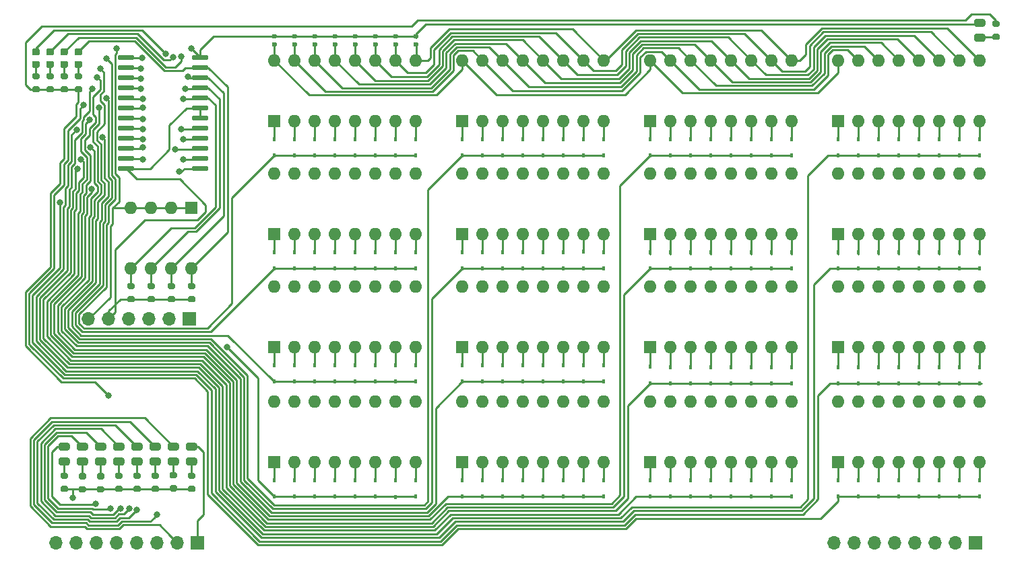
<source format=gbr>
%TF.GenerationSoftware,KiCad,Pcbnew,(5.1.10-1-10_14)*%
%TF.CreationDate,2021-09-24T12:04:47-04:00*%
%TF.ProjectId,DIODE-prog-memory,44494f44-452d-4707-926f-672d6d656d6f,rev?*%
%TF.SameCoordinates,Original*%
%TF.FileFunction,Copper,L1,Top*%
%TF.FilePolarity,Positive*%
%FSLAX46Y46*%
G04 Gerber Fmt 4.6, Leading zero omitted, Abs format (unit mm)*
G04 Created by KiCad (PCBNEW (5.1.10-1-10_14)) date 2021-09-24 12:04:47*
%MOMM*%
%LPD*%
G01*
G04 APERTURE LIST*
%TA.AperFunction,ComponentPad*%
%ADD10O,1.700000X1.700000*%
%TD*%
%TA.AperFunction,ComponentPad*%
%ADD11R,1.700000X1.700000*%
%TD*%
%TA.AperFunction,ComponentPad*%
%ADD12O,1.600000X1.600000*%
%TD*%
%TA.AperFunction,ComponentPad*%
%ADD13R,1.600000X1.600000*%
%TD*%
%TA.AperFunction,SMDPad,CuDef*%
%ADD14R,0.450000X0.600000*%
%TD*%
%TA.AperFunction,ViaPad*%
%ADD15C,0.800000*%
%TD*%
%TA.AperFunction,Conductor*%
%ADD16C,0.250000*%
%TD*%
G04 APERTURE END LIST*
%TO.P,U31,2*%
%TO.N,Net-(U30-Pad1)*%
%TA.AperFunction,SMDPad,CuDef*%
G36*
G01*
X180319000Y-96691000D02*
X180869000Y-96691000D01*
G75*
G02*
X181069000Y-96891000I0J-200000D01*
G01*
X181069000Y-97291000D01*
G75*
G02*
X180869000Y-97491000I-200000J0D01*
G01*
X180319000Y-97491000D01*
G75*
G02*
X180119000Y-97291000I0J200000D01*
G01*
X180119000Y-96891000D01*
G75*
G02*
X180319000Y-96691000I200000J0D01*
G01*
G37*
%TD.AperFunction*%
%TO.P,U31,1*%
%TO.N,GND*%
%TA.AperFunction,SMDPad,CuDef*%
G36*
G01*
X180319000Y-95041000D02*
X180869000Y-95041000D01*
G75*
G02*
X181069000Y-95241000I0J-200000D01*
G01*
X181069000Y-95641000D01*
G75*
G02*
X180869000Y-95841000I-200000J0D01*
G01*
X180319000Y-95841000D01*
G75*
G02*
X180119000Y-95641000I0J200000D01*
G01*
X180119000Y-95241000D01*
G75*
G02*
X180319000Y-95041000I200000J0D01*
G01*
G37*
%TD.AperFunction*%
%TD*%
%TO.P,U30,2*%
%TO.N,VCC*%
%TA.AperFunction,SMDPad,CuDef*%
G36*
G01*
X179018250Y-95816000D02*
X178105750Y-95816000D01*
G75*
G02*
X177862000Y-95572250I0J243750D01*
G01*
X177862000Y-95084750D01*
G75*
G02*
X178105750Y-94841000I243750J0D01*
G01*
X179018250Y-94841000D01*
G75*
G02*
X179262000Y-95084750I0J-243750D01*
G01*
X179262000Y-95572250D01*
G75*
G02*
X179018250Y-95816000I-243750J0D01*
G01*
G37*
%TD.AperFunction*%
%TO.P,U30,1*%
%TO.N,Net-(U30-Pad1)*%
%TA.AperFunction,SMDPad,CuDef*%
G36*
G01*
X179018250Y-97691000D02*
X178105750Y-97691000D01*
G75*
G02*
X177862000Y-97447250I0J243750D01*
G01*
X177862000Y-96959750D01*
G75*
G02*
X178105750Y-96716000I243750J0D01*
G01*
X179018250Y-96716000D01*
G75*
G02*
X179262000Y-96959750I0J-243750D01*
G01*
X179262000Y-97447250D01*
G75*
G02*
X179018250Y-97691000I-243750J0D01*
G01*
G37*
%TD.AperFunction*%
%TD*%
%TO.P,U29,2*%
%TO.N,Net-(J3-Pad1)*%
%TA.AperFunction,SMDPad,CuDef*%
G36*
G01*
X65534250Y-99418000D02*
X65021750Y-99418000D01*
G75*
G02*
X64803000Y-99199250I0J218750D01*
G01*
X64803000Y-98761750D01*
G75*
G02*
X65021750Y-98543000I218750J0D01*
G01*
X65534250Y-98543000D01*
G75*
G02*
X65753000Y-98761750I0J-218750D01*
G01*
X65753000Y-99199250D01*
G75*
G02*
X65534250Y-99418000I-218750J0D01*
G01*
G37*
%TD.AperFunction*%
%TO.P,U29,1*%
%TO.N,Net-(U25-Pad1)*%
%TA.AperFunction,SMDPad,CuDef*%
G36*
G01*
X65534250Y-100993000D02*
X65021750Y-100993000D01*
G75*
G02*
X64803000Y-100774250I0J218750D01*
G01*
X64803000Y-100336750D01*
G75*
G02*
X65021750Y-100118000I218750J0D01*
G01*
X65534250Y-100118000D01*
G75*
G02*
X65753000Y-100336750I0J-218750D01*
G01*
X65753000Y-100774250D01*
G75*
G02*
X65534250Y-100993000I-218750J0D01*
G01*
G37*
%TD.AperFunction*%
%TD*%
%TO.P,U28,2*%
%TO.N,Net-(J3-Pad2)*%
%TA.AperFunction,SMDPad,CuDef*%
G36*
G01*
X63746250Y-99418000D02*
X63233750Y-99418000D01*
G75*
G02*
X63015000Y-99199250I0J218750D01*
G01*
X63015000Y-98761750D01*
G75*
G02*
X63233750Y-98543000I218750J0D01*
G01*
X63746250Y-98543000D01*
G75*
G02*
X63965000Y-98761750I0J-218750D01*
G01*
X63965000Y-99199250D01*
G75*
G02*
X63746250Y-99418000I-218750J0D01*
G01*
G37*
%TD.AperFunction*%
%TO.P,U28,1*%
%TO.N,Net-(U24-Pad1)*%
%TA.AperFunction,SMDPad,CuDef*%
G36*
G01*
X63746250Y-100993000D02*
X63233750Y-100993000D01*
G75*
G02*
X63015000Y-100774250I0J218750D01*
G01*
X63015000Y-100336750D01*
G75*
G02*
X63233750Y-100118000I218750J0D01*
G01*
X63746250Y-100118000D01*
G75*
G02*
X63965000Y-100336750I0J-218750D01*
G01*
X63965000Y-100774250D01*
G75*
G02*
X63746250Y-100993000I-218750J0D01*
G01*
G37*
%TD.AperFunction*%
%TD*%
%TO.P,U27,2*%
%TO.N,Net-(J3-Pad3)*%
%TA.AperFunction,SMDPad,CuDef*%
G36*
G01*
X61978250Y-99418000D02*
X61465750Y-99418000D01*
G75*
G02*
X61247000Y-99199250I0J218750D01*
G01*
X61247000Y-98761750D01*
G75*
G02*
X61465750Y-98543000I218750J0D01*
G01*
X61978250Y-98543000D01*
G75*
G02*
X62197000Y-98761750I0J-218750D01*
G01*
X62197000Y-99199250D01*
G75*
G02*
X61978250Y-99418000I-218750J0D01*
G01*
G37*
%TD.AperFunction*%
%TO.P,U27,1*%
%TO.N,Net-(U23-Pad1)*%
%TA.AperFunction,SMDPad,CuDef*%
G36*
G01*
X61978250Y-100993000D02*
X61465750Y-100993000D01*
G75*
G02*
X61247000Y-100774250I0J218750D01*
G01*
X61247000Y-100336750D01*
G75*
G02*
X61465750Y-100118000I218750J0D01*
G01*
X61978250Y-100118000D01*
G75*
G02*
X62197000Y-100336750I0J-218750D01*
G01*
X62197000Y-100774250D01*
G75*
G02*
X61978250Y-100993000I-218750J0D01*
G01*
G37*
%TD.AperFunction*%
%TD*%
%TO.P,U26,2*%
%TO.N,Net-(J3-Pad4)*%
%TA.AperFunction,SMDPad,CuDef*%
G36*
G01*
X60200250Y-99418000D02*
X59687750Y-99418000D01*
G75*
G02*
X59469000Y-99199250I0J218750D01*
G01*
X59469000Y-98761750D01*
G75*
G02*
X59687750Y-98543000I218750J0D01*
G01*
X60200250Y-98543000D01*
G75*
G02*
X60419000Y-98761750I0J-218750D01*
G01*
X60419000Y-99199250D01*
G75*
G02*
X60200250Y-99418000I-218750J0D01*
G01*
G37*
%TD.AperFunction*%
%TO.P,U26,1*%
%TO.N,Net-(U22-Pad1)*%
%TA.AperFunction,SMDPad,CuDef*%
G36*
G01*
X60200250Y-100993000D02*
X59687750Y-100993000D01*
G75*
G02*
X59469000Y-100774250I0J218750D01*
G01*
X59469000Y-100336750D01*
G75*
G02*
X59687750Y-100118000I218750J0D01*
G01*
X60200250Y-100118000D01*
G75*
G02*
X60419000Y-100336750I0J-218750D01*
G01*
X60419000Y-100774250D01*
G75*
G02*
X60200250Y-100993000I-218750J0D01*
G01*
G37*
%TD.AperFunction*%
%TD*%
%TO.P,U25,2*%
%TO.N,GND*%
%TA.AperFunction,SMDPad,CuDef*%
G36*
G01*
X65003000Y-103295000D02*
X65553000Y-103295000D01*
G75*
G02*
X65753000Y-103495000I0J-200000D01*
G01*
X65753000Y-103895000D01*
G75*
G02*
X65553000Y-104095000I-200000J0D01*
G01*
X65003000Y-104095000D01*
G75*
G02*
X64803000Y-103895000I0J200000D01*
G01*
X64803000Y-103495000D01*
G75*
G02*
X65003000Y-103295000I200000J0D01*
G01*
G37*
%TD.AperFunction*%
%TO.P,U25,1*%
%TO.N,Net-(U25-Pad1)*%
%TA.AperFunction,SMDPad,CuDef*%
G36*
G01*
X65003000Y-101645000D02*
X65553000Y-101645000D01*
G75*
G02*
X65753000Y-101845000I0J-200000D01*
G01*
X65753000Y-102245000D01*
G75*
G02*
X65553000Y-102445000I-200000J0D01*
G01*
X65003000Y-102445000D01*
G75*
G02*
X64803000Y-102245000I0J200000D01*
G01*
X64803000Y-101845000D01*
G75*
G02*
X65003000Y-101645000I200000J0D01*
G01*
G37*
%TD.AperFunction*%
%TD*%
%TO.P,U24,2*%
%TO.N,GND*%
%TA.AperFunction,SMDPad,CuDef*%
G36*
G01*
X63225000Y-103295000D02*
X63775000Y-103295000D01*
G75*
G02*
X63975000Y-103495000I0J-200000D01*
G01*
X63975000Y-103895000D01*
G75*
G02*
X63775000Y-104095000I-200000J0D01*
G01*
X63225000Y-104095000D01*
G75*
G02*
X63025000Y-103895000I0J200000D01*
G01*
X63025000Y-103495000D01*
G75*
G02*
X63225000Y-103295000I200000J0D01*
G01*
G37*
%TD.AperFunction*%
%TO.P,U24,1*%
%TO.N,Net-(U24-Pad1)*%
%TA.AperFunction,SMDPad,CuDef*%
G36*
G01*
X63225000Y-101645000D02*
X63775000Y-101645000D01*
G75*
G02*
X63975000Y-101845000I0J-200000D01*
G01*
X63975000Y-102245000D01*
G75*
G02*
X63775000Y-102445000I-200000J0D01*
G01*
X63225000Y-102445000D01*
G75*
G02*
X63025000Y-102245000I0J200000D01*
G01*
X63025000Y-101845000D01*
G75*
G02*
X63225000Y-101645000I200000J0D01*
G01*
G37*
%TD.AperFunction*%
%TD*%
%TO.P,U23,2*%
%TO.N,GND*%
%TA.AperFunction,SMDPad,CuDef*%
G36*
G01*
X61447000Y-103295000D02*
X61997000Y-103295000D01*
G75*
G02*
X62197000Y-103495000I0J-200000D01*
G01*
X62197000Y-103895000D01*
G75*
G02*
X61997000Y-104095000I-200000J0D01*
G01*
X61447000Y-104095000D01*
G75*
G02*
X61247000Y-103895000I0J200000D01*
G01*
X61247000Y-103495000D01*
G75*
G02*
X61447000Y-103295000I200000J0D01*
G01*
G37*
%TD.AperFunction*%
%TO.P,U23,1*%
%TO.N,Net-(U23-Pad1)*%
%TA.AperFunction,SMDPad,CuDef*%
G36*
G01*
X61447000Y-101645000D02*
X61997000Y-101645000D01*
G75*
G02*
X62197000Y-101845000I0J-200000D01*
G01*
X62197000Y-102245000D01*
G75*
G02*
X61997000Y-102445000I-200000J0D01*
G01*
X61447000Y-102445000D01*
G75*
G02*
X61247000Y-102245000I0J200000D01*
G01*
X61247000Y-101845000D01*
G75*
G02*
X61447000Y-101645000I200000J0D01*
G01*
G37*
%TD.AperFunction*%
%TD*%
%TO.P,U22,2*%
%TO.N,GND*%
%TA.AperFunction,SMDPad,CuDef*%
G36*
G01*
X59669000Y-103295000D02*
X60219000Y-103295000D01*
G75*
G02*
X60419000Y-103495000I0J-200000D01*
G01*
X60419000Y-103895000D01*
G75*
G02*
X60219000Y-104095000I-200000J0D01*
G01*
X59669000Y-104095000D01*
G75*
G02*
X59469000Y-103895000I0J200000D01*
G01*
X59469000Y-103495000D01*
G75*
G02*
X59669000Y-103295000I200000J0D01*
G01*
G37*
%TD.AperFunction*%
%TO.P,U22,1*%
%TO.N,Net-(U22-Pad1)*%
%TA.AperFunction,SMDPad,CuDef*%
G36*
G01*
X59669000Y-101645000D02*
X60219000Y-101645000D01*
G75*
G02*
X60419000Y-101845000I0J-200000D01*
G01*
X60419000Y-102245000D01*
G75*
G02*
X60219000Y-102445000I-200000J0D01*
G01*
X59669000Y-102445000D01*
G75*
G02*
X59469000Y-102245000I0J200000D01*
G01*
X59469000Y-101845000D01*
G75*
G02*
X59669000Y-101645000I200000J0D01*
G01*
G37*
%TD.AperFunction*%
%TD*%
%TO.P,R1,2*%
%TO.N,A*%
%TA.AperFunction,SMDPad,CuDef*%
G36*
G01*
X89731000Y-97776000D02*
X90101000Y-97776000D01*
G75*
G02*
X90236000Y-97911000I0J-135000D01*
G01*
X90236000Y-98181000D01*
G75*
G02*
X90101000Y-98316000I-135000J0D01*
G01*
X89731000Y-98316000D01*
G75*
G02*
X89596000Y-98181000I0J135000D01*
G01*
X89596000Y-97911000D01*
G75*
G02*
X89731000Y-97776000I135000J0D01*
G01*
G37*
%TD.AperFunction*%
%TO.P,R1,1*%
%TO.N,VCC*%
%TA.AperFunction,SMDPad,CuDef*%
G36*
G01*
X89731000Y-96756000D02*
X90101000Y-96756000D01*
G75*
G02*
X90236000Y-96891000I0J-135000D01*
G01*
X90236000Y-97161000D01*
G75*
G02*
X90101000Y-97296000I-135000J0D01*
G01*
X89731000Y-97296000D01*
G75*
G02*
X89596000Y-97161000I0J135000D01*
G01*
X89596000Y-96891000D01*
G75*
G02*
X89731000Y-96756000I135000J0D01*
G01*
G37*
%TD.AperFunction*%
%TD*%
%TO.P,R8,2*%
%TO.N,H*%
%TA.AperFunction,SMDPad,CuDef*%
G36*
G01*
X107511000Y-97776000D02*
X107881000Y-97776000D01*
G75*
G02*
X108016000Y-97911000I0J-135000D01*
G01*
X108016000Y-98181000D01*
G75*
G02*
X107881000Y-98316000I-135000J0D01*
G01*
X107511000Y-98316000D01*
G75*
G02*
X107376000Y-98181000I0J135000D01*
G01*
X107376000Y-97911000D01*
G75*
G02*
X107511000Y-97776000I135000J0D01*
G01*
G37*
%TD.AperFunction*%
%TO.P,R8,1*%
%TO.N,VCC*%
%TA.AperFunction,SMDPad,CuDef*%
G36*
G01*
X107511000Y-96756000D02*
X107881000Y-96756000D01*
G75*
G02*
X108016000Y-96891000I0J-135000D01*
G01*
X108016000Y-97161000D01*
G75*
G02*
X107881000Y-97296000I-135000J0D01*
G01*
X107511000Y-97296000D01*
G75*
G02*
X107376000Y-97161000I0J135000D01*
G01*
X107376000Y-96891000D01*
G75*
G02*
X107511000Y-96756000I135000J0D01*
G01*
G37*
%TD.AperFunction*%
%TD*%
%TO.P,R7,2*%
%TO.N,G*%
%TA.AperFunction,SMDPad,CuDef*%
G36*
G01*
X104971000Y-97776000D02*
X105341000Y-97776000D01*
G75*
G02*
X105476000Y-97911000I0J-135000D01*
G01*
X105476000Y-98181000D01*
G75*
G02*
X105341000Y-98316000I-135000J0D01*
G01*
X104971000Y-98316000D01*
G75*
G02*
X104836000Y-98181000I0J135000D01*
G01*
X104836000Y-97911000D01*
G75*
G02*
X104971000Y-97776000I135000J0D01*
G01*
G37*
%TD.AperFunction*%
%TO.P,R7,1*%
%TO.N,VCC*%
%TA.AperFunction,SMDPad,CuDef*%
G36*
G01*
X104971000Y-96756000D02*
X105341000Y-96756000D01*
G75*
G02*
X105476000Y-96891000I0J-135000D01*
G01*
X105476000Y-97161000D01*
G75*
G02*
X105341000Y-97296000I-135000J0D01*
G01*
X104971000Y-97296000D01*
G75*
G02*
X104836000Y-97161000I0J135000D01*
G01*
X104836000Y-96891000D01*
G75*
G02*
X104971000Y-96756000I135000J0D01*
G01*
G37*
%TD.AperFunction*%
%TD*%
%TO.P,R6,2*%
%TO.N,F*%
%TA.AperFunction,SMDPad,CuDef*%
G36*
G01*
X102431000Y-97776000D02*
X102801000Y-97776000D01*
G75*
G02*
X102936000Y-97911000I0J-135000D01*
G01*
X102936000Y-98181000D01*
G75*
G02*
X102801000Y-98316000I-135000J0D01*
G01*
X102431000Y-98316000D01*
G75*
G02*
X102296000Y-98181000I0J135000D01*
G01*
X102296000Y-97911000D01*
G75*
G02*
X102431000Y-97776000I135000J0D01*
G01*
G37*
%TD.AperFunction*%
%TO.P,R6,1*%
%TO.N,VCC*%
%TA.AperFunction,SMDPad,CuDef*%
G36*
G01*
X102431000Y-96756000D02*
X102801000Y-96756000D01*
G75*
G02*
X102936000Y-96891000I0J-135000D01*
G01*
X102936000Y-97161000D01*
G75*
G02*
X102801000Y-97296000I-135000J0D01*
G01*
X102431000Y-97296000D01*
G75*
G02*
X102296000Y-97161000I0J135000D01*
G01*
X102296000Y-96891000D01*
G75*
G02*
X102431000Y-96756000I135000J0D01*
G01*
G37*
%TD.AperFunction*%
%TD*%
%TO.P,R5,2*%
%TO.N,E*%
%TA.AperFunction,SMDPad,CuDef*%
G36*
G01*
X99891000Y-97776000D02*
X100261000Y-97776000D01*
G75*
G02*
X100396000Y-97911000I0J-135000D01*
G01*
X100396000Y-98181000D01*
G75*
G02*
X100261000Y-98316000I-135000J0D01*
G01*
X99891000Y-98316000D01*
G75*
G02*
X99756000Y-98181000I0J135000D01*
G01*
X99756000Y-97911000D01*
G75*
G02*
X99891000Y-97776000I135000J0D01*
G01*
G37*
%TD.AperFunction*%
%TO.P,R5,1*%
%TO.N,VCC*%
%TA.AperFunction,SMDPad,CuDef*%
G36*
G01*
X99891000Y-96756000D02*
X100261000Y-96756000D01*
G75*
G02*
X100396000Y-96891000I0J-135000D01*
G01*
X100396000Y-97161000D01*
G75*
G02*
X100261000Y-97296000I-135000J0D01*
G01*
X99891000Y-97296000D01*
G75*
G02*
X99756000Y-97161000I0J135000D01*
G01*
X99756000Y-96891000D01*
G75*
G02*
X99891000Y-96756000I135000J0D01*
G01*
G37*
%TD.AperFunction*%
%TD*%
%TO.P,R4,2*%
%TO.N,D*%
%TA.AperFunction,SMDPad,CuDef*%
G36*
G01*
X97351000Y-97778000D02*
X97721000Y-97778000D01*
G75*
G02*
X97856000Y-97913000I0J-135000D01*
G01*
X97856000Y-98183000D01*
G75*
G02*
X97721000Y-98318000I-135000J0D01*
G01*
X97351000Y-98318000D01*
G75*
G02*
X97216000Y-98183000I0J135000D01*
G01*
X97216000Y-97913000D01*
G75*
G02*
X97351000Y-97778000I135000J0D01*
G01*
G37*
%TD.AperFunction*%
%TO.P,R4,1*%
%TO.N,VCC*%
%TA.AperFunction,SMDPad,CuDef*%
G36*
G01*
X97351000Y-96758000D02*
X97721000Y-96758000D01*
G75*
G02*
X97856000Y-96893000I0J-135000D01*
G01*
X97856000Y-97163000D01*
G75*
G02*
X97721000Y-97298000I-135000J0D01*
G01*
X97351000Y-97298000D01*
G75*
G02*
X97216000Y-97163000I0J135000D01*
G01*
X97216000Y-96893000D01*
G75*
G02*
X97351000Y-96758000I135000J0D01*
G01*
G37*
%TD.AperFunction*%
%TD*%
%TO.P,R3,2*%
%TO.N,C*%
%TA.AperFunction,SMDPad,CuDef*%
G36*
G01*
X94811000Y-97774000D02*
X95181000Y-97774000D01*
G75*
G02*
X95316000Y-97909000I0J-135000D01*
G01*
X95316000Y-98179000D01*
G75*
G02*
X95181000Y-98314000I-135000J0D01*
G01*
X94811000Y-98314000D01*
G75*
G02*
X94676000Y-98179000I0J135000D01*
G01*
X94676000Y-97909000D01*
G75*
G02*
X94811000Y-97774000I135000J0D01*
G01*
G37*
%TD.AperFunction*%
%TO.P,R3,1*%
%TO.N,VCC*%
%TA.AperFunction,SMDPad,CuDef*%
G36*
G01*
X94811000Y-96754000D02*
X95181000Y-96754000D01*
G75*
G02*
X95316000Y-96889000I0J-135000D01*
G01*
X95316000Y-97159000D01*
G75*
G02*
X95181000Y-97294000I-135000J0D01*
G01*
X94811000Y-97294000D01*
G75*
G02*
X94676000Y-97159000I0J135000D01*
G01*
X94676000Y-96889000D01*
G75*
G02*
X94811000Y-96754000I135000J0D01*
G01*
G37*
%TD.AperFunction*%
%TD*%
%TO.P,R2,2*%
%TO.N,B*%
%TA.AperFunction,SMDPad,CuDef*%
G36*
G01*
X92271000Y-97774000D02*
X92641000Y-97774000D01*
G75*
G02*
X92776000Y-97909000I0J-135000D01*
G01*
X92776000Y-98179000D01*
G75*
G02*
X92641000Y-98314000I-135000J0D01*
G01*
X92271000Y-98314000D01*
G75*
G02*
X92136000Y-98179000I0J135000D01*
G01*
X92136000Y-97909000D01*
G75*
G02*
X92271000Y-97774000I135000J0D01*
G01*
G37*
%TD.AperFunction*%
%TO.P,R2,1*%
%TO.N,VCC*%
%TA.AperFunction,SMDPad,CuDef*%
G36*
G01*
X92271000Y-96754000D02*
X92641000Y-96754000D01*
G75*
G02*
X92776000Y-96889000I0J-135000D01*
G01*
X92776000Y-97159000D01*
G75*
G02*
X92641000Y-97294000I-135000J0D01*
G01*
X92271000Y-97294000D01*
G75*
G02*
X92136000Y-97159000I0J135000D01*
G01*
X92136000Y-96889000D01*
G75*
G02*
X92271000Y-96754000I135000J0D01*
G01*
G37*
%TD.AperFunction*%
%TD*%
%TO.P,U21,2*%
%TO.N,GND*%
%TA.AperFunction,SMDPad,CuDef*%
G36*
G01*
X63225000Y-153587000D02*
X63775000Y-153587000D01*
G75*
G02*
X63975000Y-153787000I0J-200000D01*
G01*
X63975000Y-154187000D01*
G75*
G02*
X63775000Y-154387000I-200000J0D01*
G01*
X63225000Y-154387000D01*
G75*
G02*
X63025000Y-154187000I0J200000D01*
G01*
X63025000Y-153787000D01*
G75*
G02*
X63225000Y-153587000I200000J0D01*
G01*
G37*
%TD.AperFunction*%
%TO.P,U21,1*%
%TO.N,Net-(U20-Pad1)*%
%TA.AperFunction,SMDPad,CuDef*%
G36*
G01*
X63225000Y-151937000D02*
X63775000Y-151937000D01*
G75*
G02*
X63975000Y-152137000I0J-200000D01*
G01*
X63975000Y-152537000D01*
G75*
G02*
X63775000Y-152737000I-200000J0D01*
G01*
X63225000Y-152737000D01*
G75*
G02*
X63025000Y-152537000I0J200000D01*
G01*
X63025000Y-152137000D01*
G75*
G02*
X63225000Y-151937000I200000J0D01*
G01*
G37*
%TD.AperFunction*%
%TD*%
%TO.P,U20,2*%
%TO.N,A*%
%TA.AperFunction,SMDPad,CuDef*%
G36*
G01*
X63956250Y-149156000D02*
X63043750Y-149156000D01*
G75*
G02*
X62800000Y-148912250I0J243750D01*
G01*
X62800000Y-148424750D01*
G75*
G02*
X63043750Y-148181000I243750J0D01*
G01*
X63956250Y-148181000D01*
G75*
G02*
X64200000Y-148424750I0J-243750D01*
G01*
X64200000Y-148912250D01*
G75*
G02*
X63956250Y-149156000I-243750J0D01*
G01*
G37*
%TD.AperFunction*%
%TO.P,U20,1*%
%TO.N,Net-(U20-Pad1)*%
%TA.AperFunction,SMDPad,CuDef*%
G36*
G01*
X63956250Y-151031000D02*
X63043750Y-151031000D01*
G75*
G02*
X62800000Y-150787250I0J243750D01*
G01*
X62800000Y-150299750D01*
G75*
G02*
X63043750Y-150056000I243750J0D01*
G01*
X63956250Y-150056000D01*
G75*
G02*
X64200000Y-150299750I0J-243750D01*
G01*
X64200000Y-150787250D01*
G75*
G02*
X63956250Y-151031000I-243750J0D01*
G01*
G37*
%TD.AperFunction*%
%TD*%
%TO.P,U19,2*%
%TO.N,GND*%
%TA.AperFunction,SMDPad,CuDef*%
G36*
G01*
X65511000Y-153650000D02*
X66061000Y-153650000D01*
G75*
G02*
X66261000Y-153850000I0J-200000D01*
G01*
X66261000Y-154250000D01*
G75*
G02*
X66061000Y-154450000I-200000J0D01*
G01*
X65511000Y-154450000D01*
G75*
G02*
X65311000Y-154250000I0J200000D01*
G01*
X65311000Y-153850000D01*
G75*
G02*
X65511000Y-153650000I200000J0D01*
G01*
G37*
%TD.AperFunction*%
%TO.P,U19,1*%
%TO.N,Net-(U18-Pad1)*%
%TA.AperFunction,SMDPad,CuDef*%
G36*
G01*
X65511000Y-152000000D02*
X66061000Y-152000000D01*
G75*
G02*
X66261000Y-152200000I0J-200000D01*
G01*
X66261000Y-152600000D01*
G75*
G02*
X66061000Y-152800000I-200000J0D01*
G01*
X65511000Y-152800000D01*
G75*
G02*
X65311000Y-152600000I0J200000D01*
G01*
X65311000Y-152200000D01*
G75*
G02*
X65511000Y-152000000I200000J0D01*
G01*
G37*
%TD.AperFunction*%
%TD*%
%TO.P,U18,2*%
%TO.N,B*%
%TA.AperFunction,SMDPad,CuDef*%
G36*
G01*
X66242250Y-149156000D02*
X65329750Y-149156000D01*
G75*
G02*
X65086000Y-148912250I0J243750D01*
G01*
X65086000Y-148424750D01*
G75*
G02*
X65329750Y-148181000I243750J0D01*
G01*
X66242250Y-148181000D01*
G75*
G02*
X66486000Y-148424750I0J-243750D01*
G01*
X66486000Y-148912250D01*
G75*
G02*
X66242250Y-149156000I-243750J0D01*
G01*
G37*
%TD.AperFunction*%
%TO.P,U18,1*%
%TO.N,Net-(U18-Pad1)*%
%TA.AperFunction,SMDPad,CuDef*%
G36*
G01*
X66242250Y-151031000D02*
X65329750Y-151031000D01*
G75*
G02*
X65086000Y-150787250I0J243750D01*
G01*
X65086000Y-150299750D01*
G75*
G02*
X65329750Y-150056000I243750J0D01*
G01*
X66242250Y-150056000D01*
G75*
G02*
X66486000Y-150299750I0J-243750D01*
G01*
X66486000Y-150787250D01*
G75*
G02*
X66242250Y-151031000I-243750J0D01*
G01*
G37*
%TD.AperFunction*%
%TD*%
%TO.P,U17,2*%
%TO.N,GND*%
%TA.AperFunction,SMDPad,CuDef*%
G36*
G01*
X67797000Y-153650000D02*
X68347000Y-153650000D01*
G75*
G02*
X68547000Y-153850000I0J-200000D01*
G01*
X68547000Y-154250000D01*
G75*
G02*
X68347000Y-154450000I-200000J0D01*
G01*
X67797000Y-154450000D01*
G75*
G02*
X67597000Y-154250000I0J200000D01*
G01*
X67597000Y-153850000D01*
G75*
G02*
X67797000Y-153650000I200000J0D01*
G01*
G37*
%TD.AperFunction*%
%TO.P,U17,1*%
%TO.N,Net-(U16-Pad1)*%
%TA.AperFunction,SMDPad,CuDef*%
G36*
G01*
X67797000Y-152000000D02*
X68347000Y-152000000D01*
G75*
G02*
X68547000Y-152200000I0J-200000D01*
G01*
X68547000Y-152600000D01*
G75*
G02*
X68347000Y-152800000I-200000J0D01*
G01*
X67797000Y-152800000D01*
G75*
G02*
X67597000Y-152600000I0J200000D01*
G01*
X67597000Y-152200000D01*
G75*
G02*
X67797000Y-152000000I200000J0D01*
G01*
G37*
%TD.AperFunction*%
%TD*%
%TO.P,U16,2*%
%TO.N,C*%
%TA.AperFunction,SMDPad,CuDef*%
G36*
G01*
X68528250Y-149156000D02*
X67615750Y-149156000D01*
G75*
G02*
X67372000Y-148912250I0J243750D01*
G01*
X67372000Y-148424750D01*
G75*
G02*
X67615750Y-148181000I243750J0D01*
G01*
X68528250Y-148181000D01*
G75*
G02*
X68772000Y-148424750I0J-243750D01*
G01*
X68772000Y-148912250D01*
G75*
G02*
X68528250Y-149156000I-243750J0D01*
G01*
G37*
%TD.AperFunction*%
%TO.P,U16,1*%
%TO.N,Net-(U16-Pad1)*%
%TA.AperFunction,SMDPad,CuDef*%
G36*
G01*
X68528250Y-151031000D02*
X67615750Y-151031000D01*
G75*
G02*
X67372000Y-150787250I0J243750D01*
G01*
X67372000Y-150299750D01*
G75*
G02*
X67615750Y-150056000I243750J0D01*
G01*
X68528250Y-150056000D01*
G75*
G02*
X68772000Y-150299750I0J-243750D01*
G01*
X68772000Y-150787250D01*
G75*
G02*
X68528250Y-151031000I-243750J0D01*
G01*
G37*
%TD.AperFunction*%
%TD*%
%TO.P,U15,2*%
%TO.N,GND*%
%TA.AperFunction,SMDPad,CuDef*%
G36*
G01*
X70083000Y-153587000D02*
X70633000Y-153587000D01*
G75*
G02*
X70833000Y-153787000I0J-200000D01*
G01*
X70833000Y-154187000D01*
G75*
G02*
X70633000Y-154387000I-200000J0D01*
G01*
X70083000Y-154387000D01*
G75*
G02*
X69883000Y-154187000I0J200000D01*
G01*
X69883000Y-153787000D01*
G75*
G02*
X70083000Y-153587000I200000J0D01*
G01*
G37*
%TD.AperFunction*%
%TO.P,U15,1*%
%TO.N,Net-(U14-Pad1)*%
%TA.AperFunction,SMDPad,CuDef*%
G36*
G01*
X70083000Y-151937000D02*
X70633000Y-151937000D01*
G75*
G02*
X70833000Y-152137000I0J-200000D01*
G01*
X70833000Y-152537000D01*
G75*
G02*
X70633000Y-152737000I-200000J0D01*
G01*
X70083000Y-152737000D01*
G75*
G02*
X69883000Y-152537000I0J200000D01*
G01*
X69883000Y-152137000D01*
G75*
G02*
X70083000Y-151937000I200000J0D01*
G01*
G37*
%TD.AperFunction*%
%TD*%
%TO.P,U14,2*%
%TO.N,D*%
%TA.AperFunction,SMDPad,CuDef*%
G36*
G01*
X70814250Y-149156000D02*
X69901750Y-149156000D01*
G75*
G02*
X69658000Y-148912250I0J243750D01*
G01*
X69658000Y-148424750D01*
G75*
G02*
X69901750Y-148181000I243750J0D01*
G01*
X70814250Y-148181000D01*
G75*
G02*
X71058000Y-148424750I0J-243750D01*
G01*
X71058000Y-148912250D01*
G75*
G02*
X70814250Y-149156000I-243750J0D01*
G01*
G37*
%TD.AperFunction*%
%TO.P,U14,1*%
%TO.N,Net-(U14-Pad1)*%
%TA.AperFunction,SMDPad,CuDef*%
G36*
G01*
X70814250Y-151031000D02*
X69901750Y-151031000D01*
G75*
G02*
X69658000Y-150787250I0J243750D01*
G01*
X69658000Y-150299750D01*
G75*
G02*
X69901750Y-150056000I243750J0D01*
G01*
X70814250Y-150056000D01*
G75*
G02*
X71058000Y-150299750I0J-243750D01*
G01*
X71058000Y-150787250D01*
G75*
G02*
X70814250Y-151031000I-243750J0D01*
G01*
G37*
%TD.AperFunction*%
%TD*%
%TO.P,U13,2*%
%TO.N,GND*%
%TA.AperFunction,SMDPad,CuDef*%
G36*
G01*
X72369000Y-153587000D02*
X72919000Y-153587000D01*
G75*
G02*
X73119000Y-153787000I0J-200000D01*
G01*
X73119000Y-154187000D01*
G75*
G02*
X72919000Y-154387000I-200000J0D01*
G01*
X72369000Y-154387000D01*
G75*
G02*
X72169000Y-154187000I0J200000D01*
G01*
X72169000Y-153787000D01*
G75*
G02*
X72369000Y-153587000I200000J0D01*
G01*
G37*
%TD.AperFunction*%
%TO.P,U13,1*%
%TO.N,Net-(U12-Pad1)*%
%TA.AperFunction,SMDPad,CuDef*%
G36*
G01*
X72369000Y-151937000D02*
X72919000Y-151937000D01*
G75*
G02*
X73119000Y-152137000I0J-200000D01*
G01*
X73119000Y-152537000D01*
G75*
G02*
X72919000Y-152737000I-200000J0D01*
G01*
X72369000Y-152737000D01*
G75*
G02*
X72169000Y-152537000I0J200000D01*
G01*
X72169000Y-152137000D01*
G75*
G02*
X72369000Y-151937000I200000J0D01*
G01*
G37*
%TD.AperFunction*%
%TD*%
%TO.P,U12,2*%
%TO.N,E*%
%TA.AperFunction,SMDPad,CuDef*%
G36*
G01*
X73100250Y-149156000D02*
X72187750Y-149156000D01*
G75*
G02*
X71944000Y-148912250I0J243750D01*
G01*
X71944000Y-148424750D01*
G75*
G02*
X72187750Y-148181000I243750J0D01*
G01*
X73100250Y-148181000D01*
G75*
G02*
X73344000Y-148424750I0J-243750D01*
G01*
X73344000Y-148912250D01*
G75*
G02*
X73100250Y-149156000I-243750J0D01*
G01*
G37*
%TD.AperFunction*%
%TO.P,U12,1*%
%TO.N,Net-(U12-Pad1)*%
%TA.AperFunction,SMDPad,CuDef*%
G36*
G01*
X73100250Y-151031000D02*
X72187750Y-151031000D01*
G75*
G02*
X71944000Y-150787250I0J243750D01*
G01*
X71944000Y-150299750D01*
G75*
G02*
X72187750Y-150056000I243750J0D01*
G01*
X73100250Y-150056000D01*
G75*
G02*
X73344000Y-150299750I0J-243750D01*
G01*
X73344000Y-150787250D01*
G75*
G02*
X73100250Y-151031000I-243750J0D01*
G01*
G37*
%TD.AperFunction*%
%TD*%
%TO.P,U11,2*%
%TO.N,GND*%
%TA.AperFunction,SMDPad,CuDef*%
G36*
G01*
X74655000Y-153587000D02*
X75205000Y-153587000D01*
G75*
G02*
X75405000Y-153787000I0J-200000D01*
G01*
X75405000Y-154187000D01*
G75*
G02*
X75205000Y-154387000I-200000J0D01*
G01*
X74655000Y-154387000D01*
G75*
G02*
X74455000Y-154187000I0J200000D01*
G01*
X74455000Y-153787000D01*
G75*
G02*
X74655000Y-153587000I200000J0D01*
G01*
G37*
%TD.AperFunction*%
%TO.P,U11,1*%
%TO.N,Net-(U10-Pad1)*%
%TA.AperFunction,SMDPad,CuDef*%
G36*
G01*
X74655000Y-151937000D02*
X75205000Y-151937000D01*
G75*
G02*
X75405000Y-152137000I0J-200000D01*
G01*
X75405000Y-152537000D01*
G75*
G02*
X75205000Y-152737000I-200000J0D01*
G01*
X74655000Y-152737000D01*
G75*
G02*
X74455000Y-152537000I0J200000D01*
G01*
X74455000Y-152137000D01*
G75*
G02*
X74655000Y-151937000I200000J0D01*
G01*
G37*
%TD.AperFunction*%
%TD*%
%TO.P,U10,2*%
%TO.N,F*%
%TA.AperFunction,SMDPad,CuDef*%
G36*
G01*
X75386250Y-149156000D02*
X74473750Y-149156000D01*
G75*
G02*
X74230000Y-148912250I0J243750D01*
G01*
X74230000Y-148424750D01*
G75*
G02*
X74473750Y-148181000I243750J0D01*
G01*
X75386250Y-148181000D01*
G75*
G02*
X75630000Y-148424750I0J-243750D01*
G01*
X75630000Y-148912250D01*
G75*
G02*
X75386250Y-149156000I-243750J0D01*
G01*
G37*
%TD.AperFunction*%
%TO.P,U10,1*%
%TO.N,Net-(U10-Pad1)*%
%TA.AperFunction,SMDPad,CuDef*%
G36*
G01*
X75386250Y-151031000D02*
X74473750Y-151031000D01*
G75*
G02*
X74230000Y-150787250I0J243750D01*
G01*
X74230000Y-150299750D01*
G75*
G02*
X74473750Y-150056000I243750J0D01*
G01*
X75386250Y-150056000D01*
G75*
G02*
X75630000Y-150299750I0J-243750D01*
G01*
X75630000Y-150787250D01*
G75*
G02*
X75386250Y-151031000I-243750J0D01*
G01*
G37*
%TD.AperFunction*%
%TD*%
%TO.P,U9,2*%
%TO.N,GND*%
%TA.AperFunction,SMDPad,CuDef*%
G36*
G01*
X76941000Y-153524000D02*
X77491000Y-153524000D01*
G75*
G02*
X77691000Y-153724000I0J-200000D01*
G01*
X77691000Y-154124000D01*
G75*
G02*
X77491000Y-154324000I-200000J0D01*
G01*
X76941000Y-154324000D01*
G75*
G02*
X76741000Y-154124000I0J200000D01*
G01*
X76741000Y-153724000D01*
G75*
G02*
X76941000Y-153524000I200000J0D01*
G01*
G37*
%TD.AperFunction*%
%TO.P,U9,1*%
%TO.N,Net-(U8-Pad1)*%
%TA.AperFunction,SMDPad,CuDef*%
G36*
G01*
X76941000Y-151874000D02*
X77491000Y-151874000D01*
G75*
G02*
X77691000Y-152074000I0J-200000D01*
G01*
X77691000Y-152474000D01*
G75*
G02*
X77491000Y-152674000I-200000J0D01*
G01*
X76941000Y-152674000D01*
G75*
G02*
X76741000Y-152474000I0J200000D01*
G01*
X76741000Y-152074000D01*
G75*
G02*
X76941000Y-151874000I200000J0D01*
G01*
G37*
%TD.AperFunction*%
%TD*%
%TO.P,U8,2*%
%TO.N,G*%
%TA.AperFunction,SMDPad,CuDef*%
G36*
G01*
X77672250Y-149156000D02*
X76759750Y-149156000D01*
G75*
G02*
X76516000Y-148912250I0J243750D01*
G01*
X76516000Y-148424750D01*
G75*
G02*
X76759750Y-148181000I243750J0D01*
G01*
X77672250Y-148181000D01*
G75*
G02*
X77916000Y-148424750I0J-243750D01*
G01*
X77916000Y-148912250D01*
G75*
G02*
X77672250Y-149156000I-243750J0D01*
G01*
G37*
%TD.AperFunction*%
%TO.P,U8,1*%
%TO.N,Net-(U8-Pad1)*%
%TA.AperFunction,SMDPad,CuDef*%
G36*
G01*
X77672250Y-151031000D02*
X76759750Y-151031000D01*
G75*
G02*
X76516000Y-150787250I0J243750D01*
G01*
X76516000Y-150299750D01*
G75*
G02*
X76759750Y-150056000I243750J0D01*
G01*
X77672250Y-150056000D01*
G75*
G02*
X77916000Y-150299750I0J-243750D01*
G01*
X77916000Y-150787250D01*
G75*
G02*
X77672250Y-151031000I-243750J0D01*
G01*
G37*
%TD.AperFunction*%
%TD*%
%TO.P,U7,2*%
%TO.N,GND*%
%TA.AperFunction,SMDPad,CuDef*%
G36*
G01*
X79227000Y-153587000D02*
X79777000Y-153587000D01*
G75*
G02*
X79977000Y-153787000I0J-200000D01*
G01*
X79977000Y-154187000D01*
G75*
G02*
X79777000Y-154387000I-200000J0D01*
G01*
X79227000Y-154387000D01*
G75*
G02*
X79027000Y-154187000I0J200000D01*
G01*
X79027000Y-153787000D01*
G75*
G02*
X79227000Y-153587000I200000J0D01*
G01*
G37*
%TD.AperFunction*%
%TO.P,U7,1*%
%TO.N,Net-(U6-Pad1)*%
%TA.AperFunction,SMDPad,CuDef*%
G36*
G01*
X79227000Y-151937000D02*
X79777000Y-151937000D01*
G75*
G02*
X79977000Y-152137000I0J-200000D01*
G01*
X79977000Y-152537000D01*
G75*
G02*
X79777000Y-152737000I-200000J0D01*
G01*
X79227000Y-152737000D01*
G75*
G02*
X79027000Y-152537000I0J200000D01*
G01*
X79027000Y-152137000D01*
G75*
G02*
X79227000Y-151937000I200000J0D01*
G01*
G37*
%TD.AperFunction*%
%TD*%
%TO.P,U6,2*%
%TO.N,H*%
%TA.AperFunction,SMDPad,CuDef*%
G36*
G01*
X79958250Y-149156000D02*
X79045750Y-149156000D01*
G75*
G02*
X78802000Y-148912250I0J243750D01*
G01*
X78802000Y-148424750D01*
G75*
G02*
X79045750Y-148181000I243750J0D01*
G01*
X79958250Y-148181000D01*
G75*
G02*
X80202000Y-148424750I0J-243750D01*
G01*
X80202000Y-148912250D01*
G75*
G02*
X79958250Y-149156000I-243750J0D01*
G01*
G37*
%TD.AperFunction*%
%TO.P,U6,1*%
%TO.N,Net-(U6-Pad1)*%
%TA.AperFunction,SMDPad,CuDef*%
G36*
G01*
X79958250Y-151031000D02*
X79045750Y-151031000D01*
G75*
G02*
X78802000Y-150787250I0J243750D01*
G01*
X78802000Y-150299750D01*
G75*
G02*
X79045750Y-150056000I243750J0D01*
G01*
X79958250Y-150056000D01*
G75*
G02*
X80202000Y-150299750I0J-243750D01*
G01*
X80202000Y-150787250D01*
G75*
G02*
X79958250Y-151031000I-243750J0D01*
G01*
G37*
%TD.AperFunction*%
%TD*%
D10*
%TO.P,J3,6*%
%TO.N,VCC*%
X66548000Y-132588000D03*
%TO.P,J3,5*%
%TO.N,GND*%
X69088000Y-132588000D03*
%TO.P,J3,4*%
%TO.N,Net-(J3-Pad4)*%
X71628000Y-132588000D03*
%TO.P,J3,3*%
%TO.N,Net-(J3-Pad3)*%
X74168000Y-132588000D03*
%TO.P,J3,2*%
%TO.N,Net-(J3-Pad2)*%
X76708000Y-132588000D03*
D11*
%TO.P,J3,1*%
%TO.N,Net-(J3-Pad1)*%
X79248000Y-132588000D03*
%TD*%
D10*
%TO.P,J2,8*%
%TO.N,A*%
X160274000Y-160782000D03*
%TO.P,J2,7*%
%TO.N,B*%
X162814000Y-160782000D03*
%TO.P,J2,6*%
%TO.N,C*%
X165354000Y-160782000D03*
%TO.P,J2,5*%
%TO.N,D*%
X167894000Y-160782000D03*
%TO.P,J2,4*%
%TO.N,E*%
X170434000Y-160782000D03*
%TO.P,J2,3*%
%TO.N,F*%
X172974000Y-160782000D03*
%TO.P,J2,2*%
%TO.N,G*%
X175514000Y-160782000D03*
D11*
%TO.P,J2,1*%
%TO.N,H*%
X178054000Y-160782000D03*
%TD*%
D10*
%TO.P,J1,8*%
%TO.N,A*%
X62484000Y-160782000D03*
%TO.P,J1,7*%
%TO.N,B*%
X65024000Y-160782000D03*
%TO.P,J1,6*%
%TO.N,C*%
X67564000Y-160782000D03*
%TO.P,J1,5*%
%TO.N,D*%
X70104000Y-160782000D03*
%TO.P,J1,4*%
%TO.N,E*%
X72644000Y-160782000D03*
%TO.P,J1,3*%
%TO.N,F*%
X75184000Y-160782000D03*
%TO.P,J1,2*%
%TO.N,G*%
X77724000Y-160782000D03*
D11*
%TO.P,J1,1*%
%TO.N,H*%
X80264000Y-160782000D03*
%TD*%
D12*
%TO.P,SW11,16*%
%TO.N,A*%
X137160000Y-100076000D03*
%TO.P,SW11,8*%
%TO.N,Net-(D73-Pad2)*%
X154940000Y-107696000D03*
%TO.P,SW11,15*%
%TO.N,B*%
X139700000Y-100076000D03*
%TO.P,SW11,7*%
%TO.N,Net-(D74-Pad2)*%
X152400000Y-107696000D03*
%TO.P,SW11,14*%
%TO.N,C*%
X142240000Y-100076000D03*
%TO.P,SW11,6*%
%TO.N,Net-(D75-Pad2)*%
X149860000Y-107696000D03*
%TO.P,SW11,13*%
%TO.N,D*%
X144780000Y-100076000D03*
%TO.P,SW11,5*%
%TO.N,Net-(D76-Pad2)*%
X147320000Y-107696000D03*
%TO.P,SW11,12*%
%TO.N,E*%
X147320000Y-100076000D03*
%TO.P,SW11,4*%
%TO.N,Net-(D77-Pad2)*%
X144780000Y-107696000D03*
%TO.P,SW11,11*%
%TO.N,F*%
X149860000Y-100076000D03*
%TO.P,SW11,3*%
%TO.N,Net-(D78-Pad2)*%
X142240000Y-107696000D03*
%TO.P,SW11,10*%
%TO.N,G*%
X152400000Y-100076000D03*
%TO.P,SW11,2*%
%TO.N,Net-(D79-Pad2)*%
X139700000Y-107696000D03*
%TO.P,SW11,9*%
%TO.N,H*%
X154940000Y-100076000D03*
D13*
%TO.P,SW11,1*%
%TO.N,Net-(D80-Pad2)*%
X137160000Y-107696000D03*
%TD*%
D12*
%TO.P,SW17,16*%
%TO.N,A*%
X137160000Y-143002000D03*
%TO.P,SW17,8*%
%TO.N,Net-(D114-Pad2)*%
X154940000Y-150622000D03*
%TO.P,SW17,15*%
%TO.N,B*%
X139700000Y-143002000D03*
%TO.P,SW17,7*%
%TO.N,Net-(D116-Pad2)*%
X152400000Y-150622000D03*
%TO.P,SW17,14*%
%TO.N,C*%
X142240000Y-143002000D03*
%TO.P,SW17,6*%
%TO.N,Net-(D118-Pad2)*%
X149860000Y-150622000D03*
%TO.P,SW17,13*%
%TO.N,D*%
X144780000Y-143002000D03*
%TO.P,SW17,5*%
%TO.N,Net-(D120-Pad2)*%
X147320000Y-150622000D03*
%TO.P,SW17,12*%
%TO.N,E*%
X147320000Y-143002000D03*
%TO.P,SW17,4*%
%TO.N,Net-(D122-Pad2)*%
X144780000Y-150622000D03*
%TO.P,SW17,11*%
%TO.N,F*%
X149860000Y-143002000D03*
%TO.P,SW17,3*%
%TO.N,Net-(D124-Pad2)*%
X142240000Y-150622000D03*
%TO.P,SW17,10*%
%TO.N,G*%
X152400000Y-143002000D03*
%TO.P,SW17,2*%
%TO.N,Net-(D126-Pad2)*%
X139700000Y-150622000D03*
%TO.P,SW17,9*%
%TO.N,H*%
X154940000Y-143002000D03*
D13*
%TO.P,SW17,1*%
%TO.N,Net-(D128-Pad2)*%
X137160000Y-150622000D03*
%TD*%
D12*
%TO.P,SW16,16*%
%TO.N,A*%
X137160000Y-128524000D03*
%TO.P,SW16,8*%
%TO.N,Net-(D113-Pad2)*%
X154940000Y-136144000D03*
%TO.P,SW16,15*%
%TO.N,B*%
X139700000Y-128524000D03*
%TO.P,SW16,7*%
%TO.N,Net-(D115-Pad2)*%
X152400000Y-136144000D03*
%TO.P,SW16,14*%
%TO.N,C*%
X142240000Y-128524000D03*
%TO.P,SW16,6*%
%TO.N,Net-(D117-Pad2)*%
X149860000Y-136144000D03*
%TO.P,SW16,13*%
%TO.N,D*%
X144780000Y-128524000D03*
%TO.P,SW16,5*%
%TO.N,Net-(D119-Pad2)*%
X147320000Y-136144000D03*
%TO.P,SW16,12*%
%TO.N,E*%
X147320000Y-128524000D03*
%TO.P,SW16,4*%
%TO.N,Net-(D121-Pad2)*%
X144780000Y-136144000D03*
%TO.P,SW16,11*%
%TO.N,F*%
X149860000Y-128524000D03*
%TO.P,SW16,3*%
%TO.N,Net-(D123-Pad2)*%
X142240000Y-136144000D03*
%TO.P,SW16,10*%
%TO.N,G*%
X152400000Y-128524000D03*
%TO.P,SW16,2*%
%TO.N,Net-(D125-Pad2)*%
X139700000Y-136144000D03*
%TO.P,SW16,9*%
%TO.N,H*%
X154940000Y-128524000D03*
D13*
%TO.P,SW16,1*%
%TO.N,Net-(D127-Pad2)*%
X137160000Y-136144000D03*
%TD*%
D12*
%TO.P,SW15,16*%
%TO.N,A*%
X160782000Y-143002000D03*
%TO.P,SW15,8*%
%TO.N,Net-(D98-Pad2)*%
X178562000Y-150622000D03*
%TO.P,SW15,15*%
%TO.N,B*%
X163322000Y-143002000D03*
%TO.P,SW15,7*%
%TO.N,Net-(D100-Pad2)*%
X176022000Y-150622000D03*
%TO.P,SW15,14*%
%TO.N,C*%
X165862000Y-143002000D03*
%TO.P,SW15,6*%
%TO.N,Net-(D102-Pad2)*%
X173482000Y-150622000D03*
%TO.P,SW15,13*%
%TO.N,D*%
X168402000Y-143002000D03*
%TO.P,SW15,5*%
%TO.N,Net-(D104-Pad2)*%
X170942000Y-150622000D03*
%TO.P,SW15,12*%
%TO.N,E*%
X170942000Y-143002000D03*
%TO.P,SW15,4*%
%TO.N,Net-(D106-Pad2)*%
X168402000Y-150622000D03*
%TO.P,SW15,11*%
%TO.N,F*%
X173482000Y-143002000D03*
%TO.P,SW15,3*%
%TO.N,Net-(D108-Pad2)*%
X165862000Y-150622000D03*
%TO.P,SW15,10*%
%TO.N,G*%
X176022000Y-143002000D03*
%TO.P,SW15,2*%
%TO.N,Net-(D110-Pad2)*%
X163322000Y-150622000D03*
%TO.P,SW15,9*%
%TO.N,H*%
X178562000Y-143002000D03*
D13*
%TO.P,SW15,1*%
%TO.N,Net-(D112-Pad2)*%
X160782000Y-150622000D03*
%TD*%
D12*
%TO.P,SW14,16*%
%TO.N,A*%
X160782000Y-128524000D03*
%TO.P,SW14,8*%
%TO.N,Net-(D97-Pad2)*%
X178562000Y-136144000D03*
%TO.P,SW14,15*%
%TO.N,B*%
X163322000Y-128524000D03*
%TO.P,SW14,7*%
%TO.N,Net-(D99-Pad2)*%
X176022000Y-136144000D03*
%TO.P,SW14,14*%
%TO.N,C*%
X165862000Y-128524000D03*
%TO.P,SW14,6*%
%TO.N,Net-(D101-Pad2)*%
X173482000Y-136144000D03*
%TO.P,SW14,13*%
%TO.N,D*%
X168402000Y-128524000D03*
%TO.P,SW14,5*%
%TO.N,Net-(D103-Pad2)*%
X170942000Y-136144000D03*
%TO.P,SW14,12*%
%TO.N,E*%
X170942000Y-128524000D03*
%TO.P,SW14,4*%
%TO.N,Net-(D105-Pad2)*%
X168402000Y-136144000D03*
%TO.P,SW14,11*%
%TO.N,F*%
X173482000Y-128524000D03*
%TO.P,SW14,3*%
%TO.N,Net-(D107-Pad2)*%
X165862000Y-136144000D03*
%TO.P,SW14,10*%
%TO.N,G*%
X176022000Y-128524000D03*
%TO.P,SW14,2*%
%TO.N,Net-(D109-Pad2)*%
X163322000Y-136144000D03*
%TO.P,SW14,9*%
%TO.N,H*%
X178562000Y-128524000D03*
D13*
%TO.P,SW14,1*%
%TO.N,Net-(D111-Pad2)*%
X160782000Y-136144000D03*
%TD*%
D14*
%TO.P,D128,2*%
%TO.N,Net-(D128-Pad2)*%
X137160000Y-152874000D03*
%TO.P,D128,1*%
%TO.N,Net-(D114-Pad1)*%
X137160000Y-154974000D03*
%TD*%
%TO.P,D127,2*%
%TO.N,Net-(D127-Pad2)*%
X137160000Y-138616000D03*
%TO.P,D127,1*%
%TO.N,Net-(D113-Pad1)*%
X137160000Y-140716000D03*
%TD*%
%TO.P,D126,2*%
%TO.N,Net-(D126-Pad2)*%
X139700000Y-152874000D03*
%TO.P,D126,1*%
%TO.N,Net-(D114-Pad1)*%
X139700000Y-154974000D03*
%TD*%
%TO.P,D125,2*%
%TO.N,Net-(D125-Pad2)*%
X139700000Y-138650000D03*
%TO.P,D125,1*%
%TO.N,Net-(D113-Pad1)*%
X139700000Y-140750000D03*
%TD*%
%TO.P,D124,2*%
%TO.N,Net-(D124-Pad2)*%
X142240000Y-152874000D03*
%TO.P,D124,1*%
%TO.N,Net-(D114-Pad1)*%
X142240000Y-154974000D03*
%TD*%
%TO.P,D123,2*%
%TO.N,Net-(D123-Pad2)*%
X142240000Y-138650000D03*
%TO.P,D123,1*%
%TO.N,Net-(D113-Pad1)*%
X142240000Y-140750000D03*
%TD*%
%TO.P,D122,2*%
%TO.N,Net-(D122-Pad2)*%
X144780000Y-152874000D03*
%TO.P,D122,1*%
%TO.N,Net-(D114-Pad1)*%
X144780000Y-154974000D03*
%TD*%
%TO.P,D121,2*%
%TO.N,Net-(D121-Pad2)*%
X144780000Y-138650000D03*
%TO.P,D121,1*%
%TO.N,Net-(D113-Pad1)*%
X144780000Y-140750000D03*
%TD*%
%TO.P,D120,2*%
%TO.N,Net-(D120-Pad2)*%
X147320000Y-152874000D03*
%TO.P,D120,1*%
%TO.N,Net-(D114-Pad1)*%
X147320000Y-154974000D03*
%TD*%
%TO.P,D119,2*%
%TO.N,Net-(D119-Pad2)*%
X147320000Y-138650000D03*
%TO.P,D119,1*%
%TO.N,Net-(D113-Pad1)*%
X147320000Y-140750000D03*
%TD*%
%TO.P,D118,2*%
%TO.N,Net-(D118-Pad2)*%
X149860000Y-152874000D03*
%TO.P,D118,1*%
%TO.N,Net-(D114-Pad1)*%
X149860000Y-154974000D03*
%TD*%
%TO.P,D117,2*%
%TO.N,Net-(D117-Pad2)*%
X149860000Y-138650000D03*
%TO.P,D117,1*%
%TO.N,Net-(D113-Pad1)*%
X149860000Y-140750000D03*
%TD*%
%TO.P,D116,2*%
%TO.N,Net-(D116-Pad2)*%
X152400000Y-152874000D03*
%TO.P,D116,1*%
%TO.N,Net-(D114-Pad1)*%
X152400000Y-154974000D03*
%TD*%
%TO.P,D115,2*%
%TO.N,Net-(D115-Pad2)*%
X152400000Y-138650000D03*
%TO.P,D115,1*%
%TO.N,Net-(D113-Pad1)*%
X152400000Y-140750000D03*
%TD*%
%TO.P,D114,2*%
%TO.N,Net-(D114-Pad2)*%
X154940000Y-152874000D03*
%TO.P,D114,1*%
%TO.N,Net-(D114-Pad1)*%
X154940000Y-154974000D03*
%TD*%
%TO.P,D113,2*%
%TO.N,Net-(D113-Pad2)*%
X154940000Y-138650000D03*
%TO.P,D113,1*%
%TO.N,Net-(D113-Pad1)*%
X154940000Y-140750000D03*
%TD*%
%TO.P,D112,2*%
%TO.N,Net-(D112-Pad2)*%
X160782000Y-152874000D03*
%TO.P,D112,1*%
%TO.N,Net-(D100-Pad1)*%
X160782000Y-154974000D03*
%TD*%
%TO.P,D111,2*%
%TO.N,Net-(D111-Pad2)*%
X160782000Y-138650000D03*
%TO.P,D111,1*%
%TO.N,Net-(D101-Pad1)*%
X160782000Y-140750000D03*
%TD*%
%TO.P,D110,2*%
%TO.N,Net-(D110-Pad2)*%
X163322000Y-152874000D03*
%TO.P,D110,1*%
%TO.N,Net-(D100-Pad1)*%
X163322000Y-154974000D03*
%TD*%
%TO.P,D109,2*%
%TO.N,Net-(D109-Pad2)*%
X163322000Y-138650000D03*
%TO.P,D109,1*%
%TO.N,Net-(D101-Pad1)*%
X163322000Y-140750000D03*
%TD*%
%TO.P,D108,2*%
%TO.N,Net-(D108-Pad2)*%
X165862000Y-152874000D03*
%TO.P,D108,1*%
%TO.N,Net-(D100-Pad1)*%
X165862000Y-154974000D03*
%TD*%
%TO.P,D107,2*%
%TO.N,Net-(D107-Pad2)*%
X165862000Y-138650000D03*
%TO.P,D107,1*%
%TO.N,Net-(D101-Pad1)*%
X165862000Y-140750000D03*
%TD*%
%TO.P,D106,2*%
%TO.N,Net-(D106-Pad2)*%
X168402000Y-152874000D03*
%TO.P,D106,1*%
%TO.N,Net-(D100-Pad1)*%
X168402000Y-154974000D03*
%TD*%
%TO.P,D105,2*%
%TO.N,Net-(D105-Pad2)*%
X168402000Y-138650000D03*
%TO.P,D105,1*%
%TO.N,Net-(D101-Pad1)*%
X168402000Y-140750000D03*
%TD*%
%TO.P,D104,2*%
%TO.N,Net-(D104-Pad2)*%
X170942000Y-152874000D03*
%TO.P,D104,1*%
%TO.N,Net-(D100-Pad1)*%
X170942000Y-154974000D03*
%TD*%
%TO.P,D103,2*%
%TO.N,Net-(D103-Pad2)*%
X170942000Y-138650000D03*
%TO.P,D103,1*%
%TO.N,Net-(D101-Pad1)*%
X170942000Y-140750000D03*
%TD*%
%TO.P,D102,2*%
%TO.N,Net-(D102-Pad2)*%
X173482000Y-152874000D03*
%TO.P,D102,1*%
%TO.N,Net-(D100-Pad1)*%
X173482000Y-154974000D03*
%TD*%
%TO.P,D101,2*%
%TO.N,Net-(D101-Pad2)*%
X173482000Y-138650000D03*
%TO.P,D101,1*%
%TO.N,Net-(D101-Pad1)*%
X173482000Y-140750000D03*
%TD*%
%TO.P,D100,2*%
%TO.N,Net-(D100-Pad2)*%
X176022000Y-152874000D03*
%TO.P,D100,1*%
%TO.N,Net-(D100-Pad1)*%
X176022000Y-154974000D03*
%TD*%
%TO.P,D99,2*%
%TO.N,Net-(D99-Pad2)*%
X176022000Y-138650000D03*
%TO.P,D99,1*%
%TO.N,Net-(D101-Pad1)*%
X176022000Y-140750000D03*
%TD*%
%TO.P,D98,2*%
%TO.N,Net-(D98-Pad2)*%
X178562000Y-152874000D03*
%TO.P,D98,1*%
%TO.N,Net-(D100-Pad1)*%
X178562000Y-154974000D03*
%TD*%
%TO.P,D97,2*%
%TO.N,Net-(D97-Pad2)*%
X178562000Y-138650000D03*
%TO.P,D97,1*%
%TO.N,Net-(D101-Pad1)*%
X178562000Y-140750000D03*
%TD*%
D12*
%TO.P,SW13,16*%
%TO.N,A*%
X137160000Y-114300000D03*
%TO.P,SW13,8*%
%TO.N,Net-(D89-Pad2)*%
X154940000Y-121920000D03*
%TO.P,SW13,15*%
%TO.N,B*%
X139700000Y-114300000D03*
%TO.P,SW13,7*%
%TO.N,Net-(D90-Pad2)*%
X152400000Y-121920000D03*
%TO.P,SW13,14*%
%TO.N,C*%
X142240000Y-114300000D03*
%TO.P,SW13,6*%
%TO.N,Net-(D91-Pad2)*%
X149860000Y-121920000D03*
%TO.P,SW13,13*%
%TO.N,D*%
X144780000Y-114300000D03*
%TO.P,SW13,5*%
%TO.N,Net-(D92-Pad2)*%
X147320000Y-121920000D03*
%TO.P,SW13,12*%
%TO.N,E*%
X147320000Y-114300000D03*
%TO.P,SW13,4*%
%TO.N,Net-(D93-Pad2)*%
X144780000Y-121920000D03*
%TO.P,SW13,11*%
%TO.N,F*%
X149860000Y-114300000D03*
%TO.P,SW13,3*%
%TO.N,Net-(D94-Pad2)*%
X142240000Y-121920000D03*
%TO.P,SW13,10*%
%TO.N,G*%
X152400000Y-114300000D03*
%TO.P,SW13,2*%
%TO.N,Net-(D95-Pad2)*%
X139700000Y-121920000D03*
%TO.P,SW13,9*%
%TO.N,H*%
X154940000Y-114300000D03*
D13*
%TO.P,SW13,1*%
%TO.N,Net-(D96-Pad2)*%
X137160000Y-121920000D03*
%TD*%
D12*
%TO.P,SW12,16*%
%TO.N,A*%
X160782000Y-114300000D03*
%TO.P,SW12,8*%
%TO.N,Net-(D81-Pad2)*%
X178562000Y-121920000D03*
%TO.P,SW12,15*%
%TO.N,B*%
X163322000Y-114300000D03*
%TO.P,SW12,7*%
%TO.N,Net-(D82-Pad2)*%
X176022000Y-121920000D03*
%TO.P,SW12,14*%
%TO.N,C*%
X165862000Y-114300000D03*
%TO.P,SW12,6*%
%TO.N,Net-(D83-Pad2)*%
X173482000Y-121920000D03*
%TO.P,SW12,13*%
%TO.N,D*%
X168402000Y-114300000D03*
%TO.P,SW12,5*%
%TO.N,Net-(D84-Pad2)*%
X170942000Y-121920000D03*
%TO.P,SW12,12*%
%TO.N,E*%
X170942000Y-114300000D03*
%TO.P,SW12,4*%
%TO.N,Net-(D85-Pad2)*%
X168402000Y-121920000D03*
%TO.P,SW12,11*%
%TO.N,F*%
X173482000Y-114300000D03*
%TO.P,SW12,3*%
%TO.N,Net-(D86-Pad2)*%
X165862000Y-121920000D03*
%TO.P,SW12,10*%
%TO.N,G*%
X176022000Y-114300000D03*
%TO.P,SW12,2*%
%TO.N,Net-(D87-Pad2)*%
X163322000Y-121920000D03*
%TO.P,SW12,9*%
%TO.N,H*%
X178562000Y-114300000D03*
D13*
%TO.P,SW12,1*%
%TO.N,Net-(D88-Pad2)*%
X160782000Y-121920000D03*
%TD*%
D14*
%TO.P,D96,2*%
%TO.N,Net-(D96-Pad2)*%
X137160000Y-124172000D03*
%TO.P,D96,1*%
%TO.N,Net-(D89-Pad1)*%
X137160000Y-126272000D03*
%TD*%
%TO.P,D95,2*%
%TO.N,Net-(D95-Pad2)*%
X139700000Y-124172000D03*
%TO.P,D95,1*%
%TO.N,Net-(D89-Pad1)*%
X139700000Y-126272000D03*
%TD*%
%TO.P,D94,2*%
%TO.N,Net-(D94-Pad2)*%
X142240000Y-124172000D03*
%TO.P,D94,1*%
%TO.N,Net-(D89-Pad1)*%
X142240000Y-126272000D03*
%TD*%
%TO.P,D93,2*%
%TO.N,Net-(D93-Pad2)*%
X144780000Y-124172000D03*
%TO.P,D93,1*%
%TO.N,Net-(D89-Pad1)*%
X144780000Y-126272000D03*
%TD*%
%TO.P,D92,2*%
%TO.N,Net-(D92-Pad2)*%
X147320000Y-124172000D03*
%TO.P,D92,1*%
%TO.N,Net-(D89-Pad1)*%
X147320000Y-126272000D03*
%TD*%
%TO.P,D91,2*%
%TO.N,Net-(D91-Pad2)*%
X149860000Y-124172000D03*
%TO.P,D91,1*%
%TO.N,Net-(D89-Pad1)*%
X149860000Y-126272000D03*
%TD*%
%TO.P,D90,2*%
%TO.N,Net-(D90-Pad2)*%
X152400000Y-124172000D03*
%TO.P,D90,1*%
%TO.N,Net-(D89-Pad1)*%
X152400000Y-126272000D03*
%TD*%
%TO.P,D89,2*%
%TO.N,Net-(D89-Pad2)*%
X154940000Y-124172000D03*
%TO.P,D89,1*%
%TO.N,Net-(D89-Pad1)*%
X154940000Y-126272000D03*
%TD*%
%TO.P,D88,2*%
%TO.N,Net-(D88-Pad2)*%
X160782000Y-124172000D03*
%TO.P,D88,1*%
%TO.N,Net-(D81-Pad1)*%
X160782000Y-126272000D03*
%TD*%
%TO.P,D87,2*%
%TO.N,Net-(D87-Pad2)*%
X163322000Y-124172000D03*
%TO.P,D87,1*%
%TO.N,Net-(D81-Pad1)*%
X163322000Y-126272000D03*
%TD*%
%TO.P,D86,2*%
%TO.N,Net-(D86-Pad2)*%
X165862000Y-124172000D03*
%TO.P,D86,1*%
%TO.N,Net-(D81-Pad1)*%
X165862000Y-126272000D03*
%TD*%
%TO.P,D85,2*%
%TO.N,Net-(D85-Pad2)*%
X168402000Y-124172000D03*
%TO.P,D85,1*%
%TO.N,Net-(D81-Pad1)*%
X168402000Y-126272000D03*
%TD*%
%TO.P,D84,2*%
%TO.N,Net-(D84-Pad2)*%
X170942000Y-124172000D03*
%TO.P,D84,1*%
%TO.N,Net-(D81-Pad1)*%
X170942000Y-126272000D03*
%TD*%
%TO.P,D83,2*%
%TO.N,Net-(D83-Pad2)*%
X173482000Y-124172000D03*
%TO.P,D83,1*%
%TO.N,Net-(D81-Pad1)*%
X173482000Y-126272000D03*
%TD*%
%TO.P,D82,2*%
%TO.N,Net-(D82-Pad2)*%
X176022000Y-124172000D03*
%TO.P,D82,1*%
%TO.N,Net-(D81-Pad1)*%
X176022000Y-126272000D03*
%TD*%
%TO.P,D81,2*%
%TO.N,Net-(D81-Pad2)*%
X178562000Y-124172000D03*
%TO.P,D81,1*%
%TO.N,Net-(D81-Pad1)*%
X178562000Y-126272000D03*
%TD*%
D12*
%TO.P,SW10,16*%
%TO.N,A*%
X160782000Y-100076000D03*
%TO.P,SW10,8*%
%TO.N,Net-(D65-Pad2)*%
X178562000Y-107696000D03*
%TO.P,SW10,15*%
%TO.N,B*%
X163322000Y-100076000D03*
%TO.P,SW10,7*%
%TO.N,Net-(D66-Pad2)*%
X176022000Y-107696000D03*
%TO.P,SW10,14*%
%TO.N,C*%
X165862000Y-100076000D03*
%TO.P,SW10,6*%
%TO.N,Net-(D67-Pad2)*%
X173482000Y-107696000D03*
%TO.P,SW10,13*%
%TO.N,D*%
X168402000Y-100076000D03*
%TO.P,SW10,5*%
%TO.N,Net-(D68-Pad2)*%
X170942000Y-107696000D03*
%TO.P,SW10,12*%
%TO.N,E*%
X170942000Y-100076000D03*
%TO.P,SW10,4*%
%TO.N,Net-(D69-Pad2)*%
X168402000Y-107696000D03*
%TO.P,SW10,11*%
%TO.N,F*%
X173482000Y-100076000D03*
%TO.P,SW10,3*%
%TO.N,Net-(D70-Pad2)*%
X165862000Y-107696000D03*
%TO.P,SW10,10*%
%TO.N,G*%
X176022000Y-100076000D03*
%TO.P,SW10,2*%
%TO.N,Net-(D71-Pad2)*%
X163322000Y-107696000D03*
%TO.P,SW10,9*%
%TO.N,H*%
X178562000Y-100076000D03*
D13*
%TO.P,SW10,1*%
%TO.N,Net-(D72-Pad2)*%
X160782000Y-107696000D03*
%TD*%
D14*
%TO.P,D80,2*%
%TO.N,Net-(D80-Pad2)*%
X137160000Y-109948000D03*
%TO.P,D80,1*%
%TO.N,Net-(D73-Pad1)*%
X137160000Y-112048000D03*
%TD*%
%TO.P,D79,2*%
%TO.N,Net-(D79-Pad2)*%
X139700000Y-109948000D03*
%TO.P,D79,1*%
%TO.N,Net-(D73-Pad1)*%
X139700000Y-112048000D03*
%TD*%
%TO.P,D78,2*%
%TO.N,Net-(D78-Pad2)*%
X142240000Y-109948000D03*
%TO.P,D78,1*%
%TO.N,Net-(D73-Pad1)*%
X142240000Y-112048000D03*
%TD*%
%TO.P,D77,2*%
%TO.N,Net-(D77-Pad2)*%
X144780000Y-109948000D03*
%TO.P,D77,1*%
%TO.N,Net-(D73-Pad1)*%
X144780000Y-112048000D03*
%TD*%
%TO.P,D76,2*%
%TO.N,Net-(D76-Pad2)*%
X147320000Y-109948000D03*
%TO.P,D76,1*%
%TO.N,Net-(D73-Pad1)*%
X147320000Y-112048000D03*
%TD*%
%TO.P,D75,2*%
%TO.N,Net-(D75-Pad2)*%
X149860000Y-109948000D03*
%TO.P,D75,1*%
%TO.N,Net-(D73-Pad1)*%
X149860000Y-112048000D03*
%TD*%
%TO.P,D74,2*%
%TO.N,Net-(D74-Pad2)*%
X152400000Y-109948000D03*
%TO.P,D74,1*%
%TO.N,Net-(D73-Pad1)*%
X152400000Y-112048000D03*
%TD*%
%TO.P,D73,2*%
%TO.N,Net-(D73-Pad2)*%
X154940000Y-109948000D03*
%TO.P,D73,1*%
%TO.N,Net-(D73-Pad1)*%
X154940000Y-112048000D03*
%TD*%
%TO.P,D72,2*%
%TO.N,Net-(D72-Pad2)*%
X160782000Y-109948000D03*
%TO.P,D72,1*%
%TO.N,Net-(D65-Pad1)*%
X160782000Y-112048000D03*
%TD*%
%TO.P,D71,2*%
%TO.N,Net-(D71-Pad2)*%
X163322000Y-109948000D03*
%TO.P,D71,1*%
%TO.N,Net-(D65-Pad1)*%
X163322000Y-112048000D03*
%TD*%
%TO.P,D70,2*%
%TO.N,Net-(D70-Pad2)*%
X165862000Y-109948000D03*
%TO.P,D70,1*%
%TO.N,Net-(D65-Pad1)*%
X165862000Y-112048000D03*
%TD*%
%TO.P,D69,2*%
%TO.N,Net-(D69-Pad2)*%
X168402000Y-109948000D03*
%TO.P,D69,1*%
%TO.N,Net-(D65-Pad1)*%
X168402000Y-112048000D03*
%TD*%
%TO.P,D68,2*%
%TO.N,Net-(D68-Pad2)*%
X170942000Y-109948000D03*
%TO.P,D68,1*%
%TO.N,Net-(D65-Pad1)*%
X170942000Y-112048000D03*
%TD*%
%TO.P,D67,2*%
%TO.N,Net-(D67-Pad2)*%
X173482000Y-109948000D03*
%TO.P,D67,1*%
%TO.N,Net-(D65-Pad1)*%
X173482000Y-112048000D03*
%TD*%
%TO.P,D66,2*%
%TO.N,Net-(D66-Pad2)*%
X176022000Y-109948000D03*
%TO.P,D66,1*%
%TO.N,Net-(D65-Pad1)*%
X176022000Y-112048000D03*
%TD*%
%TO.P,D65,2*%
%TO.N,Net-(D65-Pad2)*%
X178562000Y-109948000D03*
%TO.P,D65,1*%
%TO.N,Net-(D65-Pad1)*%
X178562000Y-112048000D03*
%TD*%
D12*
%TO.P,SW9,16*%
%TO.N,A*%
X89916000Y-143002000D03*
%TO.P,SW9,8*%
%TO.N,Net-(D57-Pad2)*%
X107696000Y-150622000D03*
%TO.P,SW9,15*%
%TO.N,B*%
X92456000Y-143002000D03*
%TO.P,SW9,7*%
%TO.N,Net-(D58-Pad2)*%
X105156000Y-150622000D03*
%TO.P,SW9,14*%
%TO.N,C*%
X94996000Y-143002000D03*
%TO.P,SW9,6*%
%TO.N,Net-(D59-Pad2)*%
X102616000Y-150622000D03*
%TO.P,SW9,13*%
%TO.N,D*%
X97536000Y-143002000D03*
%TO.P,SW9,5*%
%TO.N,Net-(D60-Pad2)*%
X100076000Y-150622000D03*
%TO.P,SW9,12*%
%TO.N,E*%
X100076000Y-143002000D03*
%TO.P,SW9,4*%
%TO.N,Net-(D61-Pad2)*%
X97536000Y-150622000D03*
%TO.P,SW9,11*%
%TO.N,F*%
X102616000Y-143002000D03*
%TO.P,SW9,3*%
%TO.N,Net-(D62-Pad2)*%
X94996000Y-150622000D03*
%TO.P,SW9,10*%
%TO.N,G*%
X105156000Y-143002000D03*
%TO.P,SW9,2*%
%TO.N,Net-(D63-Pad2)*%
X92456000Y-150622000D03*
%TO.P,SW9,9*%
%TO.N,H*%
X107696000Y-143002000D03*
D13*
%TO.P,SW9,1*%
%TO.N,Net-(D64-Pad2)*%
X89916000Y-150622000D03*
%TD*%
D12*
%TO.P,SW8,16*%
%TO.N,A*%
X113538000Y-143002000D03*
%TO.P,SW8,8*%
%TO.N,Net-(D49-Pad2)*%
X131318000Y-150622000D03*
%TO.P,SW8,15*%
%TO.N,B*%
X116078000Y-143002000D03*
%TO.P,SW8,7*%
%TO.N,Net-(D50-Pad2)*%
X128778000Y-150622000D03*
%TO.P,SW8,14*%
%TO.N,C*%
X118618000Y-143002000D03*
%TO.P,SW8,6*%
%TO.N,Net-(D51-Pad2)*%
X126238000Y-150622000D03*
%TO.P,SW8,13*%
%TO.N,D*%
X121158000Y-143002000D03*
%TO.P,SW8,5*%
%TO.N,Net-(D52-Pad2)*%
X123698000Y-150622000D03*
%TO.P,SW8,12*%
%TO.N,E*%
X123698000Y-143002000D03*
%TO.P,SW8,4*%
%TO.N,Net-(D53-Pad2)*%
X121158000Y-150622000D03*
%TO.P,SW8,11*%
%TO.N,F*%
X126238000Y-143002000D03*
%TO.P,SW8,3*%
%TO.N,Net-(D54-Pad2)*%
X118618000Y-150622000D03*
%TO.P,SW8,10*%
%TO.N,G*%
X128778000Y-143002000D03*
%TO.P,SW8,2*%
%TO.N,Net-(D55-Pad2)*%
X116078000Y-150622000D03*
%TO.P,SW8,9*%
%TO.N,H*%
X131318000Y-143002000D03*
D13*
%TO.P,SW8,1*%
%TO.N,Net-(D56-Pad2)*%
X113538000Y-150622000D03*
%TD*%
D14*
%TO.P,D64,2*%
%TO.N,Net-(D64-Pad2)*%
X89916000Y-152874000D03*
%TO.P,D64,1*%
%TO.N,Net-(D57-Pad1)*%
X89916000Y-154974000D03*
%TD*%
%TO.P,D63,2*%
%TO.N,Net-(D63-Pad2)*%
X92456000Y-152874000D03*
%TO.P,D63,1*%
%TO.N,Net-(D57-Pad1)*%
X92456000Y-154974000D03*
%TD*%
%TO.P,D62,2*%
%TO.N,Net-(D62-Pad2)*%
X94996000Y-152874000D03*
%TO.P,D62,1*%
%TO.N,Net-(D57-Pad1)*%
X94996000Y-154974000D03*
%TD*%
%TO.P,D61,2*%
%TO.N,Net-(D61-Pad2)*%
X97536000Y-152874000D03*
%TO.P,D61,1*%
%TO.N,Net-(D57-Pad1)*%
X97536000Y-154974000D03*
%TD*%
%TO.P,D60,2*%
%TO.N,Net-(D60-Pad2)*%
X100076000Y-152874000D03*
%TO.P,D60,1*%
%TO.N,Net-(D57-Pad1)*%
X100076000Y-154974000D03*
%TD*%
%TO.P,D59,2*%
%TO.N,Net-(D59-Pad2)*%
X102616000Y-152874000D03*
%TO.P,D59,1*%
%TO.N,Net-(D57-Pad1)*%
X102616000Y-154974000D03*
%TD*%
%TO.P,D58,2*%
%TO.N,Net-(D58-Pad2)*%
X105156000Y-152908000D03*
%TO.P,D58,1*%
%TO.N,Net-(D57-Pad1)*%
X105156000Y-155008000D03*
%TD*%
%TO.P,D57,2*%
%TO.N,Net-(D57-Pad2)*%
X107696000Y-152874000D03*
%TO.P,D57,1*%
%TO.N,Net-(D57-Pad1)*%
X107696000Y-154974000D03*
%TD*%
%TO.P,D56,2*%
%TO.N,Net-(D56-Pad2)*%
X113538000Y-152874000D03*
%TO.P,D56,1*%
%TO.N,Net-(D49-Pad1)*%
X113538000Y-154974000D03*
%TD*%
%TO.P,D55,2*%
%TO.N,Net-(D55-Pad2)*%
X116078000Y-152874000D03*
%TO.P,D55,1*%
%TO.N,Net-(D49-Pad1)*%
X116078000Y-154974000D03*
%TD*%
%TO.P,D54,2*%
%TO.N,Net-(D54-Pad2)*%
X118618000Y-152874000D03*
%TO.P,D54,1*%
%TO.N,Net-(D49-Pad1)*%
X118618000Y-154974000D03*
%TD*%
%TO.P,D53,2*%
%TO.N,Net-(D53-Pad2)*%
X121158000Y-152874000D03*
%TO.P,D53,1*%
%TO.N,Net-(D49-Pad1)*%
X121158000Y-154974000D03*
%TD*%
%TO.P,D52,2*%
%TO.N,Net-(D52-Pad2)*%
X123698000Y-152874000D03*
%TO.P,D52,1*%
%TO.N,Net-(D49-Pad1)*%
X123698000Y-154974000D03*
%TD*%
%TO.P,D51,2*%
%TO.N,Net-(D51-Pad2)*%
X126238000Y-152874000D03*
%TO.P,D51,1*%
%TO.N,Net-(D49-Pad1)*%
X126238000Y-154974000D03*
%TD*%
%TO.P,D50,2*%
%TO.N,Net-(D50-Pad2)*%
X128778000Y-152874000D03*
%TO.P,D50,1*%
%TO.N,Net-(D49-Pad1)*%
X128778000Y-154974000D03*
%TD*%
%TO.P,D49,2*%
%TO.N,Net-(D49-Pad2)*%
X131318000Y-152874000D03*
%TO.P,D49,1*%
%TO.N,Net-(D49-Pad1)*%
X131318000Y-154974000D03*
%TD*%
D12*
%TO.P,SW7,16*%
%TO.N,A*%
X89916000Y-128524000D03*
%TO.P,SW7,8*%
%TO.N,Net-(D41-Pad2)*%
X107696000Y-136144000D03*
%TO.P,SW7,15*%
%TO.N,B*%
X92456000Y-128524000D03*
%TO.P,SW7,7*%
%TO.N,Net-(D42-Pad2)*%
X105156000Y-136144000D03*
%TO.P,SW7,14*%
%TO.N,C*%
X94996000Y-128524000D03*
%TO.P,SW7,6*%
%TO.N,Net-(D43-Pad2)*%
X102616000Y-136144000D03*
%TO.P,SW7,13*%
%TO.N,D*%
X97536000Y-128524000D03*
%TO.P,SW7,5*%
%TO.N,Net-(D44-Pad2)*%
X100076000Y-136144000D03*
%TO.P,SW7,12*%
%TO.N,E*%
X100076000Y-128524000D03*
%TO.P,SW7,4*%
%TO.N,Net-(D45-Pad2)*%
X97536000Y-136144000D03*
%TO.P,SW7,11*%
%TO.N,F*%
X102616000Y-128524000D03*
%TO.P,SW7,3*%
%TO.N,Net-(D46-Pad2)*%
X94996000Y-136144000D03*
%TO.P,SW7,10*%
%TO.N,G*%
X105156000Y-128524000D03*
%TO.P,SW7,2*%
%TO.N,Net-(D47-Pad2)*%
X92456000Y-136144000D03*
%TO.P,SW7,9*%
%TO.N,H*%
X107696000Y-128524000D03*
D13*
%TO.P,SW7,1*%
%TO.N,Net-(D48-Pad2)*%
X89916000Y-136144000D03*
%TD*%
D12*
%TO.P,SW6,16*%
%TO.N,A*%
X113538000Y-128524000D03*
%TO.P,SW6,8*%
%TO.N,Net-(D33-Pad2)*%
X131318000Y-136144000D03*
%TO.P,SW6,15*%
%TO.N,B*%
X116078000Y-128524000D03*
%TO.P,SW6,7*%
%TO.N,Net-(D34-Pad2)*%
X128778000Y-136144000D03*
%TO.P,SW6,14*%
%TO.N,C*%
X118618000Y-128524000D03*
%TO.P,SW6,6*%
%TO.N,Net-(D35-Pad2)*%
X126238000Y-136144000D03*
%TO.P,SW6,13*%
%TO.N,D*%
X121158000Y-128524000D03*
%TO.P,SW6,5*%
%TO.N,Net-(D36-Pad2)*%
X123698000Y-136144000D03*
%TO.P,SW6,12*%
%TO.N,E*%
X123698000Y-128524000D03*
%TO.P,SW6,4*%
%TO.N,Net-(D37-Pad2)*%
X121158000Y-136144000D03*
%TO.P,SW6,11*%
%TO.N,F*%
X126238000Y-128524000D03*
%TO.P,SW6,3*%
%TO.N,Net-(D38-Pad2)*%
X118618000Y-136144000D03*
%TO.P,SW6,10*%
%TO.N,G*%
X128778000Y-128524000D03*
%TO.P,SW6,2*%
%TO.N,Net-(D39-Pad2)*%
X116078000Y-136144000D03*
%TO.P,SW6,9*%
%TO.N,H*%
X131318000Y-128524000D03*
D13*
%TO.P,SW6,1*%
%TO.N,Net-(D40-Pad2)*%
X113538000Y-136144000D03*
%TD*%
D14*
%TO.P,D48,2*%
%TO.N,Net-(D48-Pad2)*%
X89916000Y-138396000D03*
%TO.P,D48,1*%
%TO.N,Net-(D41-Pad1)*%
X89916000Y-140496000D03*
%TD*%
%TO.P,D47,2*%
%TO.N,Net-(D47-Pad2)*%
X92456000Y-138396000D03*
%TO.P,D47,1*%
%TO.N,Net-(D41-Pad1)*%
X92456000Y-140496000D03*
%TD*%
%TO.P,D46,2*%
%TO.N,Net-(D46-Pad2)*%
X94996000Y-138396000D03*
%TO.P,D46,1*%
%TO.N,Net-(D41-Pad1)*%
X94996000Y-140496000D03*
%TD*%
%TO.P,D45,2*%
%TO.N,Net-(D45-Pad2)*%
X97536000Y-138396000D03*
%TO.P,D45,1*%
%TO.N,Net-(D41-Pad1)*%
X97536000Y-140496000D03*
%TD*%
%TO.P,D44,2*%
%TO.N,Net-(D44-Pad2)*%
X100076000Y-138396000D03*
%TO.P,D44,1*%
%TO.N,Net-(D41-Pad1)*%
X100076000Y-140496000D03*
%TD*%
%TO.P,D43,2*%
%TO.N,Net-(D43-Pad2)*%
X102616000Y-138396000D03*
%TO.P,D43,1*%
%TO.N,Net-(D41-Pad1)*%
X102616000Y-140496000D03*
%TD*%
%TO.P,D42,2*%
%TO.N,Net-(D42-Pad2)*%
X105156000Y-138396000D03*
%TO.P,D42,1*%
%TO.N,Net-(D41-Pad1)*%
X105156000Y-140496000D03*
%TD*%
%TO.P,D41,2*%
%TO.N,Net-(D41-Pad2)*%
X107696000Y-138396000D03*
%TO.P,D41,1*%
%TO.N,Net-(D41-Pad1)*%
X107696000Y-140496000D03*
%TD*%
%TO.P,D40,2*%
%TO.N,Net-(D40-Pad2)*%
X113538000Y-138396000D03*
%TO.P,D40,1*%
%TO.N,Net-(D33-Pad1)*%
X113538000Y-140496000D03*
%TD*%
%TO.P,D39,2*%
%TO.N,Net-(D39-Pad2)*%
X116078000Y-138396000D03*
%TO.P,D39,1*%
%TO.N,Net-(D33-Pad1)*%
X116078000Y-140496000D03*
%TD*%
%TO.P,D38,2*%
%TO.N,Net-(D38-Pad2)*%
X118618000Y-138396000D03*
%TO.P,D38,1*%
%TO.N,Net-(D33-Pad1)*%
X118618000Y-140496000D03*
%TD*%
%TO.P,D37,2*%
%TO.N,Net-(D37-Pad2)*%
X121158000Y-138396000D03*
%TO.P,D37,1*%
%TO.N,Net-(D33-Pad1)*%
X121158000Y-140496000D03*
%TD*%
%TO.P,D36,2*%
%TO.N,Net-(D36-Pad2)*%
X123698000Y-138396000D03*
%TO.P,D36,1*%
%TO.N,Net-(D33-Pad1)*%
X123698000Y-140496000D03*
%TD*%
%TO.P,D35,2*%
%TO.N,Net-(D35-Pad2)*%
X126238000Y-138396000D03*
%TO.P,D35,1*%
%TO.N,Net-(D33-Pad1)*%
X126238000Y-140496000D03*
%TD*%
%TO.P,D34,2*%
%TO.N,Net-(D34-Pad2)*%
X128778000Y-138396000D03*
%TO.P,D34,1*%
%TO.N,Net-(D33-Pad1)*%
X128778000Y-140496000D03*
%TD*%
%TO.P,D33,2*%
%TO.N,Net-(D33-Pad2)*%
X131318000Y-138396000D03*
%TO.P,D33,1*%
%TO.N,Net-(D33-Pad1)*%
X131318000Y-140496000D03*
%TD*%
D12*
%TO.P,SW5,16*%
%TO.N,A*%
X89916000Y-114300000D03*
%TO.P,SW5,8*%
%TO.N,Net-(D25-Pad2)*%
X107696000Y-121920000D03*
%TO.P,SW5,15*%
%TO.N,B*%
X92456000Y-114300000D03*
%TO.P,SW5,7*%
%TO.N,Net-(D26-Pad2)*%
X105156000Y-121920000D03*
%TO.P,SW5,14*%
%TO.N,C*%
X94996000Y-114300000D03*
%TO.P,SW5,6*%
%TO.N,Net-(D27-Pad2)*%
X102616000Y-121920000D03*
%TO.P,SW5,13*%
%TO.N,D*%
X97536000Y-114300000D03*
%TO.P,SW5,5*%
%TO.N,Net-(D28-Pad2)*%
X100076000Y-121920000D03*
%TO.P,SW5,12*%
%TO.N,E*%
X100076000Y-114300000D03*
%TO.P,SW5,4*%
%TO.N,Net-(D29-Pad2)*%
X97536000Y-121920000D03*
%TO.P,SW5,11*%
%TO.N,F*%
X102616000Y-114300000D03*
%TO.P,SW5,3*%
%TO.N,Net-(D30-Pad2)*%
X94996000Y-121920000D03*
%TO.P,SW5,10*%
%TO.N,G*%
X105156000Y-114300000D03*
%TO.P,SW5,2*%
%TO.N,Net-(D31-Pad2)*%
X92456000Y-121920000D03*
%TO.P,SW5,9*%
%TO.N,H*%
X107696000Y-114300000D03*
D13*
%TO.P,SW5,1*%
%TO.N,Net-(D32-Pad2)*%
X89916000Y-121920000D03*
%TD*%
D12*
%TO.P,SW4,16*%
%TO.N,A*%
X113538000Y-114300000D03*
%TO.P,SW4,8*%
%TO.N,Net-(D1-Pad2)*%
X131318000Y-121920000D03*
%TO.P,SW4,15*%
%TO.N,B*%
X116078000Y-114300000D03*
%TO.P,SW4,7*%
%TO.N,Net-(D18-Pad2)*%
X128778000Y-121920000D03*
%TO.P,SW4,14*%
%TO.N,C*%
X118618000Y-114300000D03*
%TO.P,SW4,6*%
%TO.N,Net-(D19-Pad2)*%
X126238000Y-121920000D03*
%TO.P,SW4,13*%
%TO.N,D*%
X121158000Y-114300000D03*
%TO.P,SW4,5*%
%TO.N,Net-(D20-Pad2)*%
X123698000Y-121920000D03*
%TO.P,SW4,12*%
%TO.N,E*%
X123698000Y-114300000D03*
%TO.P,SW4,4*%
%TO.N,Net-(D21-Pad2)*%
X121158000Y-121920000D03*
%TO.P,SW4,11*%
%TO.N,F*%
X126238000Y-114300000D03*
%TO.P,SW4,3*%
%TO.N,Net-(D22-Pad2)*%
X118618000Y-121920000D03*
%TO.P,SW4,10*%
%TO.N,G*%
X128778000Y-114300000D03*
%TO.P,SW4,2*%
%TO.N,Net-(D23-Pad2)*%
X116078000Y-121920000D03*
%TO.P,SW4,9*%
%TO.N,H*%
X131318000Y-114300000D03*
D13*
%TO.P,SW4,1*%
%TO.N,Net-(D24-Pad2)*%
X113538000Y-121920000D03*
%TD*%
D14*
%TO.P,D32,2*%
%TO.N,Net-(D32-Pad2)*%
X89916000Y-124172000D03*
%TO.P,D32,1*%
%TO.N,Net-(D25-Pad1)*%
X89916000Y-126272000D03*
%TD*%
%TO.P,D31,2*%
%TO.N,Net-(D31-Pad2)*%
X92456000Y-124172000D03*
%TO.P,D31,1*%
%TO.N,Net-(D25-Pad1)*%
X92456000Y-126272000D03*
%TD*%
%TO.P,D30,2*%
%TO.N,Net-(D30-Pad2)*%
X94996000Y-124172000D03*
%TO.P,D30,1*%
%TO.N,Net-(D25-Pad1)*%
X94996000Y-126272000D03*
%TD*%
%TO.P,D29,2*%
%TO.N,Net-(D29-Pad2)*%
X97536000Y-124172000D03*
%TO.P,D29,1*%
%TO.N,Net-(D25-Pad1)*%
X97536000Y-126272000D03*
%TD*%
%TO.P,D28,2*%
%TO.N,Net-(D28-Pad2)*%
X100076000Y-124172000D03*
%TO.P,D28,1*%
%TO.N,Net-(D25-Pad1)*%
X100076000Y-126272000D03*
%TD*%
%TO.P,D27,2*%
%TO.N,Net-(D27-Pad2)*%
X102616000Y-124172000D03*
%TO.P,D27,1*%
%TO.N,Net-(D25-Pad1)*%
X102616000Y-126272000D03*
%TD*%
%TO.P,D26,2*%
%TO.N,Net-(D26-Pad2)*%
X105156000Y-124172000D03*
%TO.P,D26,1*%
%TO.N,Net-(D25-Pad1)*%
X105156000Y-126272000D03*
%TD*%
%TO.P,D25,2*%
%TO.N,Net-(D25-Pad2)*%
X107696000Y-124172000D03*
%TO.P,D25,1*%
%TO.N,Net-(D25-Pad1)*%
X107696000Y-126272000D03*
%TD*%
%TO.P,D24,2*%
%TO.N,Net-(D24-Pad2)*%
X113538000Y-124172000D03*
%TO.P,D24,1*%
%TO.N,Net-(D1-Pad1)*%
X113538000Y-126272000D03*
%TD*%
%TO.P,D23,2*%
%TO.N,Net-(D23-Pad2)*%
X116078000Y-124172000D03*
%TO.P,D23,1*%
%TO.N,Net-(D1-Pad1)*%
X116078000Y-126272000D03*
%TD*%
%TO.P,D22,2*%
%TO.N,Net-(D22-Pad2)*%
X118618000Y-124172000D03*
%TO.P,D22,1*%
%TO.N,Net-(D1-Pad1)*%
X118618000Y-126272000D03*
%TD*%
%TO.P,D21,2*%
%TO.N,Net-(D21-Pad2)*%
X121158000Y-124172000D03*
%TO.P,D21,1*%
%TO.N,Net-(D1-Pad1)*%
X121158000Y-126272000D03*
%TD*%
%TO.P,D20,2*%
%TO.N,Net-(D20-Pad2)*%
X123698000Y-124172000D03*
%TO.P,D20,1*%
%TO.N,Net-(D1-Pad1)*%
X123698000Y-126272000D03*
%TD*%
%TO.P,D19,2*%
%TO.N,Net-(D19-Pad2)*%
X126238000Y-124172000D03*
%TO.P,D19,1*%
%TO.N,Net-(D1-Pad1)*%
X126238000Y-126272000D03*
%TD*%
%TO.P,D18,2*%
%TO.N,Net-(D18-Pad2)*%
X128778000Y-124138000D03*
%TO.P,D18,1*%
%TO.N,Net-(D1-Pad1)*%
X128778000Y-126238000D03*
%TD*%
%TO.P,D1,2*%
%TO.N,Net-(D1-Pad2)*%
X131318000Y-124172000D03*
%TO.P,D1,1*%
%TO.N,Net-(D1-Pad1)*%
X131318000Y-126272000D03*
%TD*%
D12*
%TO.P,SW3,16*%
%TO.N,A*%
X113538000Y-100076000D03*
%TO.P,SW3,8*%
%TO.N,Net-(D10-Pad2)*%
X131318000Y-107696000D03*
%TO.P,SW3,15*%
%TO.N,B*%
X116078000Y-100076000D03*
%TO.P,SW3,7*%
%TO.N,Net-(D11-Pad2)*%
X128778000Y-107696000D03*
%TO.P,SW3,14*%
%TO.N,C*%
X118618000Y-100076000D03*
%TO.P,SW3,6*%
%TO.N,Net-(D12-Pad2)*%
X126238000Y-107696000D03*
%TO.P,SW3,13*%
%TO.N,D*%
X121158000Y-100076000D03*
%TO.P,SW3,5*%
%TO.N,Net-(D13-Pad2)*%
X123698000Y-107696000D03*
%TO.P,SW3,12*%
%TO.N,E*%
X123698000Y-100076000D03*
%TO.P,SW3,4*%
%TO.N,Net-(D14-Pad2)*%
X121158000Y-107696000D03*
%TO.P,SW3,11*%
%TO.N,F*%
X126238000Y-100076000D03*
%TO.P,SW3,3*%
%TO.N,Net-(D15-Pad2)*%
X118618000Y-107696000D03*
%TO.P,SW3,10*%
%TO.N,G*%
X128778000Y-100076000D03*
%TO.P,SW3,2*%
%TO.N,Net-(D16-Pad2)*%
X116078000Y-107696000D03*
%TO.P,SW3,9*%
%TO.N,H*%
X131318000Y-100076000D03*
D13*
%TO.P,SW3,1*%
%TO.N,Net-(D17-Pad2)*%
X113538000Y-107696000D03*
%TD*%
D14*
%TO.P,D17,2*%
%TO.N,Net-(D17-Pad2)*%
X113538000Y-109948000D03*
%TO.P,D17,1*%
%TO.N,Net-(D10-Pad1)*%
X113538000Y-112048000D03*
%TD*%
%TO.P,D16,2*%
%TO.N,Net-(D16-Pad2)*%
X116078000Y-109948000D03*
%TO.P,D16,1*%
%TO.N,Net-(D10-Pad1)*%
X116078000Y-112048000D03*
%TD*%
%TO.P,D15,2*%
%TO.N,Net-(D15-Pad2)*%
X118618000Y-109948000D03*
%TO.P,D15,1*%
%TO.N,Net-(D10-Pad1)*%
X118618000Y-112048000D03*
%TD*%
%TO.P,D14,2*%
%TO.N,Net-(D14-Pad2)*%
X121158000Y-109948000D03*
%TO.P,D14,1*%
%TO.N,Net-(D10-Pad1)*%
X121158000Y-112048000D03*
%TD*%
%TO.P,D13,2*%
%TO.N,Net-(D13-Pad2)*%
X123698000Y-109948000D03*
%TO.P,D13,1*%
%TO.N,Net-(D10-Pad1)*%
X123698000Y-112048000D03*
%TD*%
%TO.P,D12,2*%
%TO.N,Net-(D12-Pad2)*%
X126238000Y-109948000D03*
%TO.P,D12,1*%
%TO.N,Net-(D10-Pad1)*%
X126238000Y-112048000D03*
%TD*%
%TO.P,D11,2*%
%TO.N,Net-(D11-Pad2)*%
X128778000Y-109948000D03*
%TO.P,D11,1*%
%TO.N,Net-(D10-Pad1)*%
X128778000Y-112048000D03*
%TD*%
%TO.P,D10,2*%
%TO.N,Net-(D10-Pad2)*%
X131318000Y-109948000D03*
%TO.P,D10,1*%
%TO.N,Net-(D10-Pad1)*%
X131318000Y-112048000D03*
%TD*%
D12*
%TO.P,SW2,16*%
%TO.N,A*%
X89916000Y-100076000D03*
%TO.P,SW2,8*%
%TO.N,Net-(D2-Pad2)*%
X107696000Y-107696000D03*
%TO.P,SW2,15*%
%TO.N,B*%
X92456000Y-100076000D03*
%TO.P,SW2,7*%
%TO.N,Net-(D3-Pad2)*%
X105156000Y-107696000D03*
%TO.P,SW2,14*%
%TO.N,C*%
X94996000Y-100076000D03*
%TO.P,SW2,6*%
%TO.N,Net-(D4-Pad2)*%
X102616000Y-107696000D03*
%TO.P,SW2,13*%
%TO.N,D*%
X97536000Y-100076000D03*
%TO.P,SW2,5*%
%TO.N,Net-(D5-Pad2)*%
X100076000Y-107696000D03*
%TO.P,SW2,12*%
%TO.N,E*%
X100076000Y-100076000D03*
%TO.P,SW2,4*%
%TO.N,Net-(D6-Pad2)*%
X97536000Y-107696000D03*
%TO.P,SW2,11*%
%TO.N,F*%
X102616000Y-100076000D03*
%TO.P,SW2,3*%
%TO.N,Net-(D7-Pad2)*%
X94996000Y-107696000D03*
%TO.P,SW2,10*%
%TO.N,G*%
X105156000Y-100076000D03*
%TO.P,SW2,2*%
%TO.N,Net-(D8-Pad2)*%
X92456000Y-107696000D03*
%TO.P,SW2,9*%
%TO.N,H*%
X107696000Y-100076000D03*
D13*
%TO.P,SW2,1*%
%TO.N,Net-(D9-Pad2)*%
X89916000Y-107696000D03*
%TD*%
D14*
%TO.P,D9,2*%
%TO.N,Net-(D9-Pad2)*%
X89882000Y-109948000D03*
%TO.P,D9,1*%
%TO.N,Net-(D2-Pad1)*%
X89882000Y-112048000D03*
%TD*%
%TO.P,D8,2*%
%TO.N,Net-(D8-Pad2)*%
X92456000Y-109948000D03*
%TO.P,D8,1*%
%TO.N,Net-(D2-Pad1)*%
X92456000Y-112048000D03*
%TD*%
%TO.P,D7,2*%
%TO.N,Net-(D7-Pad2)*%
X94996000Y-109948000D03*
%TO.P,D7,1*%
%TO.N,Net-(D2-Pad1)*%
X94996000Y-112048000D03*
%TD*%
%TO.P,D6,2*%
%TO.N,Net-(D6-Pad2)*%
X97536000Y-109948000D03*
%TO.P,D6,1*%
%TO.N,Net-(D2-Pad1)*%
X97536000Y-112048000D03*
%TD*%
%TO.P,D5,2*%
%TO.N,Net-(D5-Pad2)*%
X100076000Y-109948000D03*
%TO.P,D5,1*%
%TO.N,Net-(D2-Pad1)*%
X100076000Y-112048000D03*
%TD*%
%TO.P,D4,2*%
%TO.N,Net-(D4-Pad2)*%
X102616000Y-109948000D03*
%TO.P,D4,1*%
%TO.N,Net-(D2-Pad1)*%
X102616000Y-112048000D03*
%TD*%
%TO.P,D3,2*%
%TO.N,Net-(D3-Pad2)*%
X105156000Y-109948000D03*
%TO.P,D3,1*%
%TO.N,Net-(D2-Pad1)*%
X105156000Y-112048000D03*
%TD*%
%TO.P,D2,2*%
%TO.N,Net-(D2-Pad2)*%
X107696000Y-109948000D03*
%TO.P,D2,1*%
%TO.N,Net-(D2-Pad1)*%
X107696000Y-112048000D03*
%TD*%
%TO.P,U5,2*%
%TO.N,GND*%
%TA.AperFunction,SMDPad,CuDef*%
G36*
G01*
X79227000Y-129711000D02*
X79777000Y-129711000D01*
G75*
G02*
X79977000Y-129911000I0J-200000D01*
G01*
X79977000Y-130311000D01*
G75*
G02*
X79777000Y-130511000I-200000J0D01*
G01*
X79227000Y-130511000D01*
G75*
G02*
X79027000Y-130311000I0J200000D01*
G01*
X79027000Y-129911000D01*
G75*
G02*
X79227000Y-129711000I200000J0D01*
G01*
G37*
%TD.AperFunction*%
%TO.P,U5,1*%
%TO.N,Net-(J3-Pad1)*%
%TA.AperFunction,SMDPad,CuDef*%
G36*
G01*
X79227000Y-128061000D02*
X79777000Y-128061000D01*
G75*
G02*
X79977000Y-128261000I0J-200000D01*
G01*
X79977000Y-128661000D01*
G75*
G02*
X79777000Y-128861000I-200000J0D01*
G01*
X79227000Y-128861000D01*
G75*
G02*
X79027000Y-128661000I0J200000D01*
G01*
X79027000Y-128261000D01*
G75*
G02*
X79227000Y-128061000I200000J0D01*
G01*
G37*
%TD.AperFunction*%
%TD*%
%TO.P,U4,2*%
%TO.N,GND*%
%TA.AperFunction,SMDPad,CuDef*%
G36*
G01*
X76687000Y-129711000D02*
X77237000Y-129711000D01*
G75*
G02*
X77437000Y-129911000I0J-200000D01*
G01*
X77437000Y-130311000D01*
G75*
G02*
X77237000Y-130511000I-200000J0D01*
G01*
X76687000Y-130511000D01*
G75*
G02*
X76487000Y-130311000I0J200000D01*
G01*
X76487000Y-129911000D01*
G75*
G02*
X76687000Y-129711000I200000J0D01*
G01*
G37*
%TD.AperFunction*%
%TO.P,U4,1*%
%TO.N,Net-(J3-Pad2)*%
%TA.AperFunction,SMDPad,CuDef*%
G36*
G01*
X76687000Y-128061000D02*
X77237000Y-128061000D01*
G75*
G02*
X77437000Y-128261000I0J-200000D01*
G01*
X77437000Y-128661000D01*
G75*
G02*
X77237000Y-128861000I-200000J0D01*
G01*
X76687000Y-128861000D01*
G75*
G02*
X76487000Y-128661000I0J200000D01*
G01*
X76487000Y-128261000D01*
G75*
G02*
X76687000Y-128061000I200000J0D01*
G01*
G37*
%TD.AperFunction*%
%TD*%
%TO.P,U3,2*%
%TO.N,GND*%
%TA.AperFunction,SMDPad,CuDef*%
G36*
G01*
X74147000Y-129711000D02*
X74697000Y-129711000D01*
G75*
G02*
X74897000Y-129911000I0J-200000D01*
G01*
X74897000Y-130311000D01*
G75*
G02*
X74697000Y-130511000I-200000J0D01*
G01*
X74147000Y-130511000D01*
G75*
G02*
X73947000Y-130311000I0J200000D01*
G01*
X73947000Y-129911000D01*
G75*
G02*
X74147000Y-129711000I200000J0D01*
G01*
G37*
%TD.AperFunction*%
%TO.P,U3,1*%
%TO.N,Net-(J3-Pad3)*%
%TA.AperFunction,SMDPad,CuDef*%
G36*
G01*
X74147000Y-128061000D02*
X74697000Y-128061000D01*
G75*
G02*
X74897000Y-128261000I0J-200000D01*
G01*
X74897000Y-128661000D01*
G75*
G02*
X74697000Y-128861000I-200000J0D01*
G01*
X74147000Y-128861000D01*
G75*
G02*
X73947000Y-128661000I0J200000D01*
G01*
X73947000Y-128261000D01*
G75*
G02*
X74147000Y-128061000I200000J0D01*
G01*
G37*
%TD.AperFunction*%
%TD*%
%TO.P,U2,2*%
%TO.N,GND*%
%TA.AperFunction,SMDPad,CuDef*%
G36*
G01*
X71607000Y-129711000D02*
X72157000Y-129711000D01*
G75*
G02*
X72357000Y-129911000I0J-200000D01*
G01*
X72357000Y-130311000D01*
G75*
G02*
X72157000Y-130511000I-200000J0D01*
G01*
X71607000Y-130511000D01*
G75*
G02*
X71407000Y-130311000I0J200000D01*
G01*
X71407000Y-129911000D01*
G75*
G02*
X71607000Y-129711000I200000J0D01*
G01*
G37*
%TD.AperFunction*%
%TO.P,U2,1*%
%TO.N,Net-(J3-Pad4)*%
%TA.AperFunction,SMDPad,CuDef*%
G36*
G01*
X71607000Y-128061000D02*
X72157000Y-128061000D01*
G75*
G02*
X72357000Y-128261000I0J-200000D01*
G01*
X72357000Y-128661000D01*
G75*
G02*
X72157000Y-128861000I-200000J0D01*
G01*
X71607000Y-128861000D01*
G75*
G02*
X71407000Y-128661000I0J200000D01*
G01*
X71407000Y-128261000D01*
G75*
G02*
X71607000Y-128061000I200000J0D01*
G01*
G37*
%TD.AperFunction*%
%TD*%
D12*
%TO.P,SW1,8*%
%TO.N,Net-(J3-Pad1)*%
X79502000Y-126238000D03*
%TO.P,SW1,4*%
%TO.N,VCC*%
X71882000Y-118618000D03*
%TO.P,SW1,7*%
%TO.N,Net-(J3-Pad2)*%
X76962000Y-126238000D03*
%TO.P,SW1,3*%
%TO.N,VCC*%
X74422000Y-118618000D03*
%TO.P,SW1,6*%
%TO.N,Net-(J3-Pad3)*%
X74422000Y-126238000D03*
%TO.P,SW1,2*%
%TO.N,VCC*%
X76962000Y-118618000D03*
%TO.P,SW1,5*%
%TO.N,Net-(J3-Pad4)*%
X71882000Y-126238000D03*
D13*
%TO.P,SW1,1*%
%TO.N,VCC*%
X79502000Y-118618000D03*
%TD*%
%TO.P,U1,24*%
%TO.N,VCC*%
%TA.AperFunction,SMDPad,CuDef*%
G36*
G01*
X79571000Y-99845000D02*
X79571000Y-99545000D01*
G75*
G02*
X79721000Y-99395000I150000J0D01*
G01*
X81471000Y-99395000D01*
G75*
G02*
X81621000Y-99545000I0J-150000D01*
G01*
X81621000Y-99845000D01*
G75*
G02*
X81471000Y-99995000I-150000J0D01*
G01*
X79721000Y-99995000D01*
G75*
G02*
X79571000Y-99845000I0J150000D01*
G01*
G37*
%TD.AperFunction*%
%TO.P,U1,23*%
%TO.N,Net-(J3-Pad1)*%
%TA.AperFunction,SMDPad,CuDef*%
G36*
G01*
X79571000Y-101115000D02*
X79571000Y-100815000D01*
G75*
G02*
X79721000Y-100665000I150000J0D01*
G01*
X81471000Y-100665000D01*
G75*
G02*
X81621000Y-100815000I0J-150000D01*
G01*
X81621000Y-101115000D01*
G75*
G02*
X81471000Y-101265000I-150000J0D01*
G01*
X79721000Y-101265000D01*
G75*
G02*
X79571000Y-101115000I0J150000D01*
G01*
G37*
%TD.AperFunction*%
%TO.P,U1,22*%
%TO.N,Net-(J3-Pad2)*%
%TA.AperFunction,SMDPad,CuDef*%
G36*
G01*
X79571000Y-102385000D02*
X79571000Y-102085000D01*
G75*
G02*
X79721000Y-101935000I150000J0D01*
G01*
X81471000Y-101935000D01*
G75*
G02*
X81621000Y-102085000I0J-150000D01*
G01*
X81621000Y-102385000D01*
G75*
G02*
X81471000Y-102535000I-150000J0D01*
G01*
X79721000Y-102535000D01*
G75*
G02*
X79571000Y-102385000I0J150000D01*
G01*
G37*
%TD.AperFunction*%
%TO.P,U1,21*%
%TO.N,Net-(J3-Pad3)*%
%TA.AperFunction,SMDPad,CuDef*%
G36*
G01*
X79571000Y-103655000D02*
X79571000Y-103355000D01*
G75*
G02*
X79721000Y-103205000I150000J0D01*
G01*
X81471000Y-103205000D01*
G75*
G02*
X81621000Y-103355000I0J-150000D01*
G01*
X81621000Y-103655000D01*
G75*
G02*
X81471000Y-103805000I-150000J0D01*
G01*
X79721000Y-103805000D01*
G75*
G02*
X79571000Y-103655000I0J150000D01*
G01*
G37*
%TD.AperFunction*%
%TO.P,U1,20*%
%TO.N,Net-(J3-Pad4)*%
%TA.AperFunction,SMDPad,CuDef*%
G36*
G01*
X79571000Y-104925000D02*
X79571000Y-104625000D01*
G75*
G02*
X79721000Y-104475000I150000J0D01*
G01*
X81471000Y-104475000D01*
G75*
G02*
X81621000Y-104625000I0J-150000D01*
G01*
X81621000Y-104925000D01*
G75*
G02*
X81471000Y-105075000I-150000J0D01*
G01*
X79721000Y-105075000D01*
G75*
G02*
X79571000Y-104925000I0J150000D01*
G01*
G37*
%TD.AperFunction*%
%TO.P,U1,19*%
%TO.N,GND*%
%TA.AperFunction,SMDPad,CuDef*%
G36*
G01*
X79571000Y-106195000D02*
X79571000Y-105895000D01*
G75*
G02*
X79721000Y-105745000I150000J0D01*
G01*
X81471000Y-105745000D01*
G75*
G02*
X81621000Y-105895000I0J-150000D01*
G01*
X81621000Y-106195000D01*
G75*
G02*
X81471000Y-106345000I-150000J0D01*
G01*
X79721000Y-106345000D01*
G75*
G02*
X79571000Y-106195000I0J150000D01*
G01*
G37*
%TD.AperFunction*%
%TO.P,U1,18*%
%TA.AperFunction,SMDPad,CuDef*%
G36*
G01*
X79571000Y-107465000D02*
X79571000Y-107165000D01*
G75*
G02*
X79721000Y-107015000I150000J0D01*
G01*
X81471000Y-107015000D01*
G75*
G02*
X81621000Y-107165000I0J-150000D01*
G01*
X81621000Y-107465000D01*
G75*
G02*
X81471000Y-107615000I-150000J0D01*
G01*
X79721000Y-107615000D01*
G75*
G02*
X79571000Y-107465000I0J150000D01*
G01*
G37*
%TD.AperFunction*%
%TO.P,U1,17*%
%TO.N,Net-(D100-Pad1)*%
%TA.AperFunction,SMDPad,CuDef*%
G36*
G01*
X79571000Y-108735000D02*
X79571000Y-108435000D01*
G75*
G02*
X79721000Y-108285000I150000J0D01*
G01*
X81471000Y-108285000D01*
G75*
G02*
X81621000Y-108435000I0J-150000D01*
G01*
X81621000Y-108735000D01*
G75*
G02*
X81471000Y-108885000I-150000J0D01*
G01*
X79721000Y-108885000D01*
G75*
G02*
X79571000Y-108735000I0J150000D01*
G01*
G37*
%TD.AperFunction*%
%TO.P,U1,16*%
%TO.N,Net-(D114-Pad1)*%
%TA.AperFunction,SMDPad,CuDef*%
G36*
G01*
X79571000Y-110005000D02*
X79571000Y-109705000D01*
G75*
G02*
X79721000Y-109555000I150000J0D01*
G01*
X81471000Y-109555000D01*
G75*
G02*
X81621000Y-109705000I0J-150000D01*
G01*
X81621000Y-110005000D01*
G75*
G02*
X81471000Y-110155000I-150000J0D01*
G01*
X79721000Y-110155000D01*
G75*
G02*
X79571000Y-110005000I0J150000D01*
G01*
G37*
%TD.AperFunction*%
%TO.P,U1,15*%
%TO.N,Net-(D49-Pad1)*%
%TA.AperFunction,SMDPad,CuDef*%
G36*
G01*
X79571000Y-111275000D02*
X79571000Y-110975000D01*
G75*
G02*
X79721000Y-110825000I150000J0D01*
G01*
X81471000Y-110825000D01*
G75*
G02*
X81621000Y-110975000I0J-150000D01*
G01*
X81621000Y-111275000D01*
G75*
G02*
X81471000Y-111425000I-150000J0D01*
G01*
X79721000Y-111425000D01*
G75*
G02*
X79571000Y-111275000I0J150000D01*
G01*
G37*
%TD.AperFunction*%
%TO.P,U1,14*%
%TO.N,Net-(D57-Pad1)*%
%TA.AperFunction,SMDPad,CuDef*%
G36*
G01*
X79571000Y-112545000D02*
X79571000Y-112245000D01*
G75*
G02*
X79721000Y-112095000I150000J0D01*
G01*
X81471000Y-112095000D01*
G75*
G02*
X81621000Y-112245000I0J-150000D01*
G01*
X81621000Y-112545000D01*
G75*
G02*
X81471000Y-112695000I-150000J0D01*
G01*
X79721000Y-112695000D01*
G75*
G02*
X79571000Y-112545000I0J150000D01*
G01*
G37*
%TD.AperFunction*%
%TO.P,U1,13*%
%TO.N,Net-(D101-Pad1)*%
%TA.AperFunction,SMDPad,CuDef*%
G36*
G01*
X79571000Y-113815000D02*
X79571000Y-113515000D01*
G75*
G02*
X79721000Y-113365000I150000J0D01*
G01*
X81471000Y-113365000D01*
G75*
G02*
X81621000Y-113515000I0J-150000D01*
G01*
X81621000Y-113815000D01*
G75*
G02*
X81471000Y-113965000I-150000J0D01*
G01*
X79721000Y-113965000D01*
G75*
G02*
X79571000Y-113815000I0J150000D01*
G01*
G37*
%TD.AperFunction*%
%TO.P,U1,12*%
%TO.N,GND*%
%TA.AperFunction,SMDPad,CuDef*%
G36*
G01*
X70271000Y-113815000D02*
X70271000Y-113515000D01*
G75*
G02*
X70421000Y-113365000I150000J0D01*
G01*
X72171000Y-113365000D01*
G75*
G02*
X72321000Y-113515000I0J-150000D01*
G01*
X72321000Y-113815000D01*
G75*
G02*
X72171000Y-113965000I-150000J0D01*
G01*
X70421000Y-113965000D01*
G75*
G02*
X70271000Y-113815000I0J150000D01*
G01*
G37*
%TD.AperFunction*%
%TO.P,U1,11*%
%TO.N,Net-(D113-Pad1)*%
%TA.AperFunction,SMDPad,CuDef*%
G36*
G01*
X70271000Y-112545000D02*
X70271000Y-112245000D01*
G75*
G02*
X70421000Y-112095000I150000J0D01*
G01*
X72171000Y-112095000D01*
G75*
G02*
X72321000Y-112245000I0J-150000D01*
G01*
X72321000Y-112545000D01*
G75*
G02*
X72171000Y-112695000I-150000J0D01*
G01*
X70421000Y-112695000D01*
G75*
G02*
X70271000Y-112545000I0J150000D01*
G01*
G37*
%TD.AperFunction*%
%TO.P,U1,10*%
%TO.N,Net-(D33-Pad1)*%
%TA.AperFunction,SMDPad,CuDef*%
G36*
G01*
X70271000Y-111275000D02*
X70271000Y-110975000D01*
G75*
G02*
X70421000Y-110825000I150000J0D01*
G01*
X72171000Y-110825000D01*
G75*
G02*
X72321000Y-110975000I0J-150000D01*
G01*
X72321000Y-111275000D01*
G75*
G02*
X72171000Y-111425000I-150000J0D01*
G01*
X70421000Y-111425000D01*
G75*
G02*
X70271000Y-111275000I0J150000D01*
G01*
G37*
%TD.AperFunction*%
%TO.P,U1,9*%
%TO.N,Net-(D41-Pad1)*%
%TA.AperFunction,SMDPad,CuDef*%
G36*
G01*
X70271000Y-110005000D02*
X70271000Y-109705000D01*
G75*
G02*
X70421000Y-109555000I150000J0D01*
G01*
X72171000Y-109555000D01*
G75*
G02*
X72321000Y-109705000I0J-150000D01*
G01*
X72321000Y-110005000D01*
G75*
G02*
X72171000Y-110155000I-150000J0D01*
G01*
X70421000Y-110155000D01*
G75*
G02*
X70271000Y-110005000I0J150000D01*
G01*
G37*
%TD.AperFunction*%
%TO.P,U1,8*%
%TO.N,Net-(D81-Pad1)*%
%TA.AperFunction,SMDPad,CuDef*%
G36*
G01*
X70271000Y-108735000D02*
X70271000Y-108435000D01*
G75*
G02*
X70421000Y-108285000I150000J0D01*
G01*
X72171000Y-108285000D01*
G75*
G02*
X72321000Y-108435000I0J-150000D01*
G01*
X72321000Y-108735000D01*
G75*
G02*
X72171000Y-108885000I-150000J0D01*
G01*
X70421000Y-108885000D01*
G75*
G02*
X70271000Y-108735000I0J150000D01*
G01*
G37*
%TD.AperFunction*%
%TO.P,U1,7*%
%TO.N,Net-(D89-Pad1)*%
%TA.AperFunction,SMDPad,CuDef*%
G36*
G01*
X70271000Y-107465000D02*
X70271000Y-107165000D01*
G75*
G02*
X70421000Y-107015000I150000J0D01*
G01*
X72171000Y-107015000D01*
G75*
G02*
X72321000Y-107165000I0J-150000D01*
G01*
X72321000Y-107465000D01*
G75*
G02*
X72171000Y-107615000I-150000J0D01*
G01*
X70421000Y-107615000D01*
G75*
G02*
X70271000Y-107465000I0J150000D01*
G01*
G37*
%TD.AperFunction*%
%TO.P,U1,6*%
%TO.N,Net-(D1-Pad1)*%
%TA.AperFunction,SMDPad,CuDef*%
G36*
G01*
X70271000Y-106195000D02*
X70271000Y-105895000D01*
G75*
G02*
X70421000Y-105745000I150000J0D01*
G01*
X72171000Y-105745000D01*
G75*
G02*
X72321000Y-105895000I0J-150000D01*
G01*
X72321000Y-106195000D01*
G75*
G02*
X72171000Y-106345000I-150000J0D01*
G01*
X70421000Y-106345000D01*
G75*
G02*
X70271000Y-106195000I0J150000D01*
G01*
G37*
%TD.AperFunction*%
%TO.P,U1,5*%
%TO.N,Net-(D25-Pad1)*%
%TA.AperFunction,SMDPad,CuDef*%
G36*
G01*
X70271000Y-104925000D02*
X70271000Y-104625000D01*
G75*
G02*
X70421000Y-104475000I150000J0D01*
G01*
X72171000Y-104475000D01*
G75*
G02*
X72321000Y-104625000I0J-150000D01*
G01*
X72321000Y-104925000D01*
G75*
G02*
X72171000Y-105075000I-150000J0D01*
G01*
X70421000Y-105075000D01*
G75*
G02*
X70271000Y-104925000I0J150000D01*
G01*
G37*
%TD.AperFunction*%
%TO.P,U1,4*%
%TO.N,Net-(D65-Pad1)*%
%TA.AperFunction,SMDPad,CuDef*%
G36*
G01*
X70271000Y-103655000D02*
X70271000Y-103355000D01*
G75*
G02*
X70421000Y-103205000I150000J0D01*
G01*
X72171000Y-103205000D01*
G75*
G02*
X72321000Y-103355000I0J-150000D01*
G01*
X72321000Y-103655000D01*
G75*
G02*
X72171000Y-103805000I-150000J0D01*
G01*
X70421000Y-103805000D01*
G75*
G02*
X70271000Y-103655000I0J150000D01*
G01*
G37*
%TD.AperFunction*%
%TO.P,U1,3*%
%TO.N,Net-(D73-Pad1)*%
%TA.AperFunction,SMDPad,CuDef*%
G36*
G01*
X70271000Y-102385000D02*
X70271000Y-102085000D01*
G75*
G02*
X70421000Y-101935000I150000J0D01*
G01*
X72171000Y-101935000D01*
G75*
G02*
X72321000Y-102085000I0J-150000D01*
G01*
X72321000Y-102385000D01*
G75*
G02*
X72171000Y-102535000I-150000J0D01*
G01*
X70421000Y-102535000D01*
G75*
G02*
X70271000Y-102385000I0J150000D01*
G01*
G37*
%TD.AperFunction*%
%TO.P,U1,2*%
%TO.N,Net-(D10-Pad1)*%
%TA.AperFunction,SMDPad,CuDef*%
G36*
G01*
X70271000Y-101115000D02*
X70271000Y-100815000D01*
G75*
G02*
X70421000Y-100665000I150000J0D01*
G01*
X72171000Y-100665000D01*
G75*
G02*
X72321000Y-100815000I0J-150000D01*
G01*
X72321000Y-101115000D01*
G75*
G02*
X72171000Y-101265000I-150000J0D01*
G01*
X70421000Y-101265000D01*
G75*
G02*
X70271000Y-101115000I0J150000D01*
G01*
G37*
%TD.AperFunction*%
%TO.P,U1,1*%
%TO.N,Net-(D2-Pad1)*%
%TA.AperFunction,SMDPad,CuDef*%
G36*
G01*
X70271000Y-99845000D02*
X70271000Y-99545000D01*
G75*
G02*
X70421000Y-99395000I150000J0D01*
G01*
X72171000Y-99395000D01*
G75*
G02*
X72321000Y-99545000I0J-150000D01*
G01*
X72321000Y-99845000D01*
G75*
G02*
X72171000Y-99995000I-150000J0D01*
G01*
X70421000Y-99995000D01*
G75*
G02*
X70271000Y-99845000I0J150000D01*
G01*
G37*
%TD.AperFunction*%
%TD*%
D15*
%TO.N,Net-(D1-Pad1)*%
X67857845Y-105960427D03*
X73354931Y-105960418D03*
%TO.N,F*%
X75184000Y-157226000D03*
%TO.N,E*%
X72662169Y-156596975D03*
%TO.N,D*%
X71666619Y-156502619D03*
%TO.N,C*%
X70583499Y-156435499D03*
%TO.N,B*%
X69342000Y-156464000D03*
%TO.N,A*%
X67437000Y-155829000D03*
%TO.N,VCC*%
X79477500Y-98576500D03*
X70104000Y-98552000D03*
%TO.N,GND*%
X64579000Y-155131000D03*
X69088000Y-142240000D03*
%TO.N,Net-(J3-Pad4)*%
X78486000Y-104902000D03*
X76262794Y-99241887D03*
%TO.N,Net-(J3-Pad3)*%
X78740000Y-103632000D03*
X77187253Y-99623199D03*
%TO.N,Net-(J3-Pad2)*%
X79058034Y-102108000D03*
X78185324Y-99560932D03*
%TO.N,Net-(D2-Pad1)*%
X68834000Y-99822000D03*
X73279000Y-99695000D03*
%TO.N,Net-(D10-Pad1)*%
X68045965Y-101118035D03*
X73152000Y-101092000D03*
%TO.N,Net-(D33-Pad1)*%
X73399902Y-111004098D03*
X66817420Y-110982572D03*
%TO.N,Net-(D49-Pad1)*%
X77470000Y-111252000D03*
X66970933Y-116249411D03*
%TO.N,Net-(D65-Pad1)*%
X67056000Y-103632000D03*
X73152000Y-103632000D03*
%TO.N,Net-(D81-Pad1)*%
X73406000Y-108712000D03*
X65050911Y-108767429D03*
%TO.N,Net-(D101-Pad1)*%
X77978000Y-114046000D03*
X62955010Y-117908454D03*
%TO.N,Net-(D100-Pad1)*%
X65957822Y-105664000D03*
X78232000Y-108712000D03*
%TO.N,Net-(D25-Pad1)*%
X73406000Y-104902000D03*
X68770969Y-104775227D03*
%TO.N,Net-(D41-Pad1)*%
X73406000Y-109982000D03*
X68320958Y-109751376D03*
%TO.N,Net-(D57-Pad1)*%
X78486000Y-112522000D03*
X83961381Y-136133542D03*
%TO.N,Net-(D73-Pad1)*%
X73152000Y-102362000D03*
X67649888Y-102183522D03*
%TO.N,Net-(D89-Pad1)*%
X73406000Y-107442000D03*
X66712691Y-107518332D03*
%TO.N,Net-(D113-Pad1)*%
X73406000Y-112522000D03*
X65620888Y-112532524D03*
%TO.N,Net-(D114-Pad1)*%
X78486000Y-109982000D03*
X65170881Y-113739893D03*
%TD*%
D16*
%TO.N,Net-(D1-Pad2)*%
X131318000Y-121920000D02*
X131318000Y-124172000D01*
%TO.N,Net-(D1-Pad1)*%
X113538000Y-126272000D02*
X131318000Y-126272000D01*
X73270349Y-106045000D02*
X73354931Y-105960418D01*
X71296000Y-106045000D02*
X73270349Y-106045000D01*
X67145945Y-108794491D02*
X67887703Y-108052733D01*
X68145946Y-115715009D02*
X67695935Y-115264998D01*
X67887703Y-105990285D02*
X67857845Y-105960427D01*
X86092099Y-152879990D02*
X86092099Y-139925989D01*
X67026100Y-120001656D02*
X67280100Y-119747656D01*
X113538000Y-126272000D02*
X109727998Y-130082002D01*
X86092099Y-139925989D02*
X81729155Y-135563045D01*
X67695935Y-115264998D02*
X67695935Y-110835768D01*
X67280100Y-117649659D02*
X68145946Y-116783813D01*
X67026100Y-127825254D02*
X67026100Y-120001656D01*
X63572955Y-131278399D02*
X67026100Y-127825254D01*
X63572955Y-133897601D02*
X63572955Y-131278399D01*
X109727998Y-130082002D02*
X109727998Y-155693539D01*
X65238399Y-135563045D02*
X63572955Y-133897601D01*
X68145946Y-116783813D02*
X68145946Y-115715009D01*
X108921591Y-156499945D02*
X89712053Y-156499945D01*
X67695935Y-110835768D02*
X67145945Y-110285778D01*
X109727998Y-155693539D02*
X108921591Y-156499945D01*
X67145945Y-110285778D02*
X67145945Y-108794491D01*
X89712053Y-156499945D02*
X86092099Y-152879990D01*
X67280100Y-119747656D02*
X67280100Y-117649659D01*
X81729155Y-135563045D02*
X65238399Y-135563045D01*
X67887703Y-108052733D02*
X67887703Y-105990285D01*
%TO.N,H*%
X107718000Y-100054000D02*
X107696000Y-100076000D01*
X107718000Y-98044000D02*
X107718000Y-100252000D01*
X127369979Y-96127979D02*
X131318000Y-100076000D01*
X111898021Y-96127979D02*
X127369979Y-96127979D01*
X109531992Y-98494008D02*
X111898021Y-96127979D01*
X109531990Y-99764010D02*
X109531992Y-98494008D01*
X109220000Y-100076000D02*
X109531990Y-99764010D01*
X107696000Y-100076000D02*
X109220000Y-100076000D01*
X151114938Y-96250938D02*
X154940000Y-100076000D01*
X135397062Y-96250938D02*
X151114938Y-96250938D01*
X131572000Y-100076000D02*
X135397062Y-96250938D01*
X131318000Y-100076000D02*
X131572000Y-100076000D01*
X154940000Y-100076000D02*
X155956000Y-100076000D01*
X155956000Y-100076000D02*
X156718000Y-99314000D01*
X156718000Y-99314000D02*
X156718000Y-98044000D01*
X156718000Y-98044000D02*
X158750000Y-96012000D01*
X174498000Y-96012000D02*
X178562000Y-100076000D01*
X158750000Y-96012000D02*
X174498000Y-96012000D01*
X79502000Y-148668500D02*
X80342500Y-148668500D01*
X80342500Y-148668500D02*
X81026000Y-149352000D01*
X81026000Y-149352000D02*
X81026000Y-157226000D01*
X80264000Y-157988000D02*
X80264000Y-160782000D01*
X81026000Y-157226000D02*
X80264000Y-157988000D01*
%TO.N,G*%
X105175996Y-100056004D02*
X105156000Y-100076000D01*
X105156000Y-98044000D02*
X105156000Y-100254004D01*
X109982000Y-100584000D02*
X108966000Y-101600000D01*
X108966000Y-101600000D02*
X106680000Y-101600000D01*
X128778000Y-100076000D02*
X125279990Y-96577990D01*
X112084420Y-96577990D02*
X109982001Y-98680409D01*
X109982001Y-98680409D02*
X109982000Y-100584000D01*
X125279990Y-96577990D02*
X112084420Y-96577990D01*
X106680000Y-101600000D02*
X105156000Y-100076000D01*
X133604002Y-98680408D02*
X135583461Y-96700949D01*
X135583461Y-96700949D02*
X149024949Y-96700949D01*
X133604000Y-100584000D02*
X133604002Y-98680408D01*
X128778000Y-100076000D02*
X130048000Y-101346000D01*
X149024949Y-96700949D02*
X152400000Y-100076000D01*
X130048000Y-101346000D02*
X132842000Y-101346000D01*
X132842000Y-101346000D02*
X133604000Y-100584000D01*
X152400000Y-100076000D02*
X153763934Y-101439934D01*
X153763934Y-101439934D02*
X156624066Y-101439934D01*
X157226000Y-98172409D02*
X158936398Y-96462011D01*
X156624066Y-101439934D02*
X157226000Y-100838000D01*
X157226000Y-100838000D02*
X157226000Y-98172409D01*
X172408011Y-96462011D02*
X176022000Y-100076000D01*
X158936398Y-96462011D02*
X172408011Y-96462011D01*
X61806000Y-145069945D02*
X59217945Y-147658000D01*
X70435601Y-158989045D02*
X70906601Y-158518044D01*
X76874001Y-159932001D02*
X77724000Y-160782000D01*
X61806000Y-158714055D02*
X66066996Y-158714055D01*
X59217945Y-147658000D02*
X59217945Y-156126000D01*
X73617445Y-145069945D02*
X61806000Y-145069945D01*
X59217945Y-156126000D02*
X61806000Y-158714055D01*
X66341986Y-158989045D02*
X70435601Y-158989045D01*
X77216000Y-148668500D02*
X73617445Y-145069945D01*
X75460044Y-158518044D02*
X76874001Y-159932001D01*
X70906601Y-158518044D02*
X75460044Y-158518044D01*
X66066996Y-158714055D02*
X66341986Y-158989045D01*
%TO.N,F*%
X102647330Y-100044670D02*
X102616000Y-100076000D01*
X102616000Y-98044000D02*
X102616000Y-100242670D01*
X102616000Y-100076000D02*
X104648000Y-102108000D01*
X104648000Y-102108000D02*
X109094411Y-102108000D01*
X110605981Y-100596430D02*
X110605981Y-98692839D01*
X110605981Y-98692839D02*
X112270821Y-97028000D01*
X123190000Y-97028000D02*
X126238000Y-100076000D01*
X112270821Y-97028000D02*
X123190000Y-97028000D01*
X109094411Y-102108000D02*
X110605981Y-100596430D01*
X135769861Y-97150959D02*
X146934959Y-97150959D01*
X128016000Y-101854000D02*
X132970411Y-101854000D01*
X126238000Y-100076000D02*
X128016000Y-101854000D01*
X134054012Y-98866808D02*
X135769861Y-97150959D01*
X132970411Y-101854000D02*
X134054011Y-100770400D01*
X146934959Y-97150959D02*
X149860000Y-100076000D01*
X134054011Y-100770400D02*
X134054012Y-98866808D01*
X156936055Y-101889945D02*
X151673945Y-101889945D01*
X151673945Y-101889945D02*
X149860000Y-100076000D01*
X157676011Y-101149989D02*
X156936055Y-101889945D01*
X159122798Y-96912022D02*
X157676011Y-98358809D01*
X170318022Y-96912022D02*
X159122798Y-96912022D01*
X157676011Y-98358809D02*
X157676011Y-101149989D01*
X173482000Y-100076000D02*
X170318022Y-96912022D01*
X59667956Y-155939600D02*
X61992400Y-158264044D01*
X59667956Y-147844400D02*
X59667956Y-155939600D01*
X71781456Y-145519956D02*
X61992400Y-145519956D01*
X61992400Y-158264044D02*
X66253396Y-158264044D01*
X74341967Y-158068033D02*
X74784001Y-157625999D01*
X70720202Y-158068033D02*
X74341967Y-158068033D01*
X70249201Y-158539034D02*
X70720202Y-158068033D01*
X74930000Y-148668500D02*
X71781456Y-145519956D01*
X61992400Y-145519956D02*
X59667956Y-147844400D01*
X66253396Y-158264044D02*
X66528386Y-158539034D01*
X66528386Y-158539034D02*
X70249201Y-158539034D01*
X74784001Y-157625999D02*
X75184000Y-157226000D01*
%TO.N,E*%
X100076000Y-100221336D02*
X100076000Y-98044000D01*
X112457220Y-97478011D02*
X111055992Y-98879238D01*
X102616000Y-102616000D02*
X100076000Y-100076000D01*
X121100011Y-97478011D02*
X112457220Y-97478011D01*
X123698000Y-100076000D02*
X121100011Y-97478011D01*
X109222821Y-102616000D02*
X102616000Y-102616000D01*
X111055992Y-100782830D02*
X109222821Y-102616000D01*
X111055992Y-98879238D02*
X111055992Y-100782830D01*
X134504022Y-99053208D02*
X135956260Y-97600970D01*
X144844970Y-97600970D02*
X147320000Y-100076000D01*
X135956260Y-97600970D02*
X144844970Y-97600970D01*
X134504022Y-101082388D02*
X134504022Y-99053208D01*
X133224410Y-102362000D02*
X134504022Y-101082388D01*
X125984000Y-102362000D02*
X133224410Y-102362000D01*
X123698000Y-100076000D02*
X125984000Y-102362000D01*
X147320000Y-100076000D02*
X149583956Y-102339956D01*
X149583956Y-102339956D02*
X157122455Y-102339956D01*
X157122455Y-102339956D02*
X158126022Y-101336389D01*
X159431967Y-97362033D02*
X168228033Y-97362033D01*
X168228033Y-97362033D02*
X170942000Y-100076000D01*
X158126022Y-101336389D02*
X158126022Y-98667978D01*
X158126022Y-98667978D02*
X159431967Y-97362033D01*
X60117967Y-148030800D02*
X60117967Y-155753200D01*
X71641122Y-157618022D02*
X72662169Y-156596975D01*
X62178800Y-145969967D02*
X60117967Y-148030800D01*
X70062801Y-158089023D02*
X70533801Y-157618022D01*
X66439796Y-157814033D02*
X66714786Y-158089023D01*
X72644000Y-148668500D02*
X69945467Y-145969967D01*
X66714786Y-158089023D02*
X70062801Y-158089023D01*
X62178800Y-157814033D02*
X66439796Y-157814033D01*
X60117967Y-155753200D02*
X62178800Y-157814033D01*
X69945467Y-145969967D02*
X62178800Y-145969967D01*
X70533801Y-157618022D02*
X71641122Y-157618022D01*
%TO.N,D*%
X97589998Y-100022002D02*
X97536000Y-100076000D01*
X97536000Y-98044000D02*
X97536000Y-100210002D01*
X100526011Y-103066011D02*
X109409222Y-103066011D01*
X111506003Y-99065637D02*
X112643619Y-97928022D01*
X119010022Y-97928022D02*
X121158000Y-100076000D01*
X111506003Y-100969230D02*
X111506003Y-99065637D01*
X109409222Y-103066011D02*
X111506003Y-100969230D01*
X97536000Y-100076000D02*
X100526011Y-103066011D01*
X112643619Y-97928022D02*
X119010022Y-97928022D01*
X121158000Y-100076000D02*
X123952000Y-102870000D01*
X134954033Y-101268788D02*
X134954033Y-99239607D01*
X136142659Y-98050981D02*
X142754981Y-98050981D01*
X142754981Y-98050981D02*
X144780000Y-100076000D01*
X133352821Y-102870000D02*
X134954033Y-101268788D01*
X134954033Y-99239607D02*
X136142659Y-98050981D01*
X123952000Y-102870000D02*
X133352821Y-102870000D01*
X166138044Y-97812044D02*
X168402000Y-100076000D01*
X147493967Y-102789967D02*
X157308855Y-102789967D01*
X157308855Y-102789967D02*
X158576033Y-101522789D01*
X158576033Y-101522789D02*
X158576033Y-98979965D01*
X158576033Y-98979965D02*
X159743954Y-97812044D01*
X144780000Y-100076000D02*
X147493967Y-102789967D01*
X159743954Y-97812044D02*
X166138044Y-97812044D01*
X62365200Y-157364022D02*
X66626196Y-157364022D01*
X62365200Y-146419978D02*
X60567978Y-148217200D01*
X68109478Y-146419978D02*
X62365200Y-146419978D01*
X70358000Y-148668500D02*
X68109478Y-146419978D01*
X71001227Y-157168011D02*
X71666619Y-156502619D01*
X60567978Y-148217200D02*
X60567978Y-155566800D01*
X66626196Y-157364022D02*
X66901186Y-157639012D01*
X66901186Y-157639012D02*
X69876401Y-157639012D01*
X70347402Y-157168011D02*
X71001227Y-157168011D01*
X69876401Y-157639012D02*
X70347402Y-157168011D01*
X60567978Y-155566800D02*
X62365200Y-157364022D01*
%TO.N,C*%
X94996000Y-100198668D02*
X94996000Y-98044000D01*
X111956014Y-101155630D02*
X111956014Y-99252036D01*
X111956014Y-99252036D02*
X112830018Y-98378033D01*
X98436022Y-103516022D02*
X109595622Y-103516022D01*
X94996000Y-100076000D02*
X98436022Y-103516022D01*
X116920033Y-98378033D02*
X118618000Y-100076000D01*
X109595622Y-103516022D02*
X111956014Y-101155630D01*
X112830018Y-98378033D02*
X116920033Y-98378033D01*
X135404044Y-101455188D02*
X135404044Y-99426006D01*
X140664992Y-98500992D02*
X142240000Y-100076000D01*
X121920000Y-103378000D02*
X133481232Y-103378000D01*
X118618000Y-100076000D02*
X121920000Y-103378000D01*
X133481232Y-103378000D02*
X135404044Y-101455188D01*
X136329058Y-98500992D02*
X140664992Y-98500992D01*
X135404044Y-99426006D02*
X136329058Y-98500992D01*
X157495255Y-103239978D02*
X159026044Y-101709189D01*
X159026044Y-99166365D02*
X159930354Y-98262055D01*
X159930354Y-98262055D02*
X164048055Y-98262055D01*
X164048055Y-98262055D02*
X165862000Y-100076000D01*
X145403978Y-103239978D02*
X157495255Y-103239978D01*
X159026044Y-101709189D02*
X159026044Y-99166365D01*
X142240000Y-100076000D02*
X145403978Y-103239978D01*
X66812596Y-156914011D02*
X67087586Y-157189001D01*
X62551600Y-146869989D02*
X61017989Y-148403600D01*
X67087586Y-157189001D02*
X69690001Y-157189001D01*
X68072000Y-148668500D02*
X66273489Y-146869989D01*
X66273489Y-146869989D02*
X62551600Y-146869989D01*
X61017989Y-155380400D02*
X62551600Y-156914011D01*
X62551600Y-156914011D02*
X66812596Y-156914011D01*
X69690001Y-157189001D02*
X70443503Y-156435499D01*
X70443503Y-156435499D02*
X70583499Y-156435499D01*
X61017989Y-148403600D02*
X61017989Y-155380400D01*
%TO.N,B*%
X92532666Y-99999334D02*
X92456000Y-100076000D01*
X92456000Y-98044000D02*
X92456000Y-100184572D01*
X113016418Y-98828044D02*
X114830044Y-98828044D01*
X114830044Y-98828044D02*
X116078000Y-100076000D01*
X112406025Y-101342030D02*
X112406025Y-99438436D01*
X109782022Y-103966033D02*
X112406025Y-101342030D01*
X96346033Y-103966033D02*
X109782022Y-103966033D01*
X92456000Y-100076000D02*
X96346033Y-103966033D01*
X112406025Y-99438436D02*
X113016418Y-98828044D01*
X116078000Y-100076000D02*
X119888000Y-103886000D01*
X133609643Y-103886000D02*
X135890000Y-101605643D01*
X136619999Y-98950999D02*
X138574999Y-98950999D01*
X135890000Y-101605643D02*
X135890000Y-99680998D01*
X119888000Y-103886000D02*
X133609643Y-103886000D01*
X138574999Y-98950999D02*
X139700000Y-100076000D01*
X135890000Y-99680998D02*
X136619999Y-98950999D01*
X159476055Y-101895589D02*
X159476055Y-99352765D01*
X157681655Y-103689989D02*
X159476055Y-101895589D01*
X139700000Y-100076000D02*
X143313989Y-103689989D01*
X143313989Y-103689989D02*
X157681655Y-103689989D01*
X161958066Y-98712066D02*
X163322000Y-100076000D01*
X160116754Y-98712066D02*
X161958066Y-98712066D01*
X159476055Y-99352765D02*
X160116754Y-98712066D01*
X65786000Y-148668500D02*
X64437500Y-147320000D01*
X62738000Y-156464000D02*
X66998996Y-156464000D01*
X64437500Y-147320000D02*
X62738000Y-147320000D01*
X62738000Y-147320000D02*
X61468000Y-148590000D01*
X61468000Y-155194000D02*
X62738000Y-156464000D01*
X69251998Y-156554002D02*
X69342000Y-156464000D01*
X67088998Y-156554002D02*
X69251998Y-156554002D01*
X61468000Y-148590000D02*
X61468000Y-155194000D01*
X66998996Y-156464000D02*
X67088998Y-156554002D01*
%TO.N,A*%
X89916000Y-98044000D02*
X89916000Y-100264000D01*
X110329326Y-104416044D02*
X113538000Y-101207370D01*
X94256044Y-104416044D02*
X110329326Y-104416044D01*
X89916000Y-100076000D02*
X94256044Y-104416044D01*
X113538000Y-101207370D02*
X113538000Y-100076000D01*
X113538000Y-100076000D02*
X117856000Y-104394000D01*
X117856000Y-104394000D02*
X133973370Y-104394000D01*
X133973370Y-104394000D02*
X137160000Y-101207370D01*
X137160000Y-101207370D02*
X137160000Y-100076000D01*
X160782000Y-101600000D02*
X160782000Y-100076000D01*
X158242000Y-104140000D02*
X160782000Y-101600000D01*
X141224000Y-104140000D02*
X158242000Y-104140000D01*
X137160000Y-100076000D02*
X141224000Y-104140000D01*
X63500000Y-148668500D02*
X62659500Y-148668500D01*
X62659500Y-148668500D02*
X61976000Y-149352000D01*
X61976000Y-149352000D02*
X61976000Y-154940000D01*
X61976000Y-154940000D02*
X62992000Y-155956000D01*
X62992000Y-155956000D02*
X67310000Y-155956000D01*
X67310000Y-155956000D02*
X67437000Y-155829000D01*
%TO.N,VCC*%
X69596000Y-118618000D02*
X79502000Y-118618000D01*
X107708000Y-97216000D02*
X107718000Y-97206000D01*
X79453000Y-98552000D02*
X79477500Y-98576500D01*
X80296000Y-99395000D02*
X80596000Y-99695000D01*
X107696000Y-97026000D02*
X89916000Y-97026000D01*
X80596000Y-98728000D02*
X80596000Y-99695000D01*
X82296000Y-97028000D02*
X80596000Y-98728000D01*
X89728000Y-97028000D02*
X82296000Y-97028000D01*
X69596000Y-120613811D02*
X69596000Y-118618000D01*
X69276155Y-120933656D02*
X69596000Y-120613811D01*
X69276155Y-129859845D02*
X69276155Y-120933656D01*
X66548000Y-132588000D02*
X69276155Y-129859845D01*
X79477500Y-98576500D02*
X80296000Y-99395000D01*
X70104000Y-98552000D02*
X70104000Y-98552000D01*
X70104000Y-99117685D02*
X70104000Y-98552000D01*
X69945988Y-114332996D02*
X69945988Y-99275697D01*
X70396001Y-117817999D02*
X70396001Y-114783009D01*
X69596000Y-118618000D02*
X70396001Y-117817999D01*
X69945988Y-99275697D02*
X70104000Y-99117685D01*
X70396001Y-114783009D02*
X69945988Y-114332996D01*
X108948000Y-95504000D02*
X107696000Y-96756000D01*
X178562000Y-95328500D02*
X178386500Y-95504000D01*
X107696000Y-96756000D02*
X107696000Y-97026000D01*
X178386500Y-95504000D02*
X108948000Y-95504000D01*
%TO.N,GND*%
X71882000Y-130111000D02*
X79502000Y-130111000D01*
X71882000Y-130111000D02*
X70549000Y-130111000D01*
X69088000Y-131572000D02*
X69088000Y-132588000D01*
X70549000Y-130111000D02*
X69088000Y-131572000D01*
X80596000Y-106045000D02*
X80596000Y-107315000D01*
X71296000Y-113665000D02*
X74295000Y-113665000D01*
X74295000Y-113665000D02*
X76708000Y-111252000D01*
X76708000Y-111252000D02*
X76708000Y-108204000D01*
X78867000Y-106045000D02*
X80596000Y-106045000D01*
X76708000Y-108204000D02*
X78867000Y-106045000D01*
X69937999Y-131738001D02*
X69937999Y-123864001D01*
X69088000Y-132588000D02*
X69937999Y-131738001D01*
X69937999Y-123864001D02*
X73660000Y-120142000D01*
X73660000Y-120142000D02*
X80264000Y-120142000D01*
X80264000Y-120142000D02*
X81280000Y-119126000D01*
X81280000Y-118238410D02*
X78045599Y-115004009D01*
X72635009Y-115004009D02*
X71596000Y-113965000D01*
X78045599Y-115004009D02*
X72635009Y-115004009D01*
X81280000Y-119126000D02*
X81280000Y-118238410D01*
X71596000Y-113965000D02*
X71296000Y-113665000D01*
X63500000Y-153987000D02*
X64579000Y-153987000D01*
X64579000Y-153987000D02*
X64579000Y-155131000D01*
X64579000Y-153987000D02*
X79502000Y-153987000D01*
X65278000Y-103695000D02*
X59944000Y-103695000D01*
X67361165Y-140513165D02*
X69088000Y-142240000D01*
X58622835Y-129227999D02*
X58622837Y-135967247D01*
X58731990Y-129118844D02*
X58622835Y-129227999D01*
X58731990Y-129099600D02*
X58731990Y-129118844D01*
X63168755Y-140513165D02*
X67361165Y-140513165D01*
X61779990Y-126051600D02*
X58731990Y-129099600D01*
X62992000Y-112936538D02*
X62992000Y-115570002D01*
X58622837Y-135967247D02*
X63168755Y-140513165D01*
X63500000Y-108656609D02*
X63500000Y-112428538D01*
X62992000Y-115570002D02*
X61779990Y-116782010D01*
X65024000Y-107132609D02*
X63500000Y-108656609D01*
X65278000Y-103695000D02*
X65278000Y-105283918D01*
X63500000Y-112428538D02*
X62992000Y-112936538D01*
X65024000Y-105537918D02*
X65024000Y-107132609D01*
X61779990Y-116782010D02*
X61779990Y-126051600D01*
X65278000Y-105283918D02*
X65024000Y-105537918D01*
X59245000Y-103695000D02*
X59944000Y-103695000D01*
X60706000Y-95758000D02*
X58674000Y-97790000D01*
X176784000Y-94996000D02*
X107950000Y-94996000D01*
X107188000Y-95758000D02*
X60706000Y-95758000D01*
X177546000Y-94234000D02*
X176784000Y-94996000D01*
X179832000Y-94234000D02*
X177546000Y-94234000D01*
X107950000Y-94996000D02*
X107188000Y-95758000D01*
X180594000Y-94996000D02*
X179832000Y-94234000D01*
X58674000Y-103124000D02*
X59245000Y-103695000D01*
X58674000Y-97790000D02*
X58674000Y-103124000D01*
X180594000Y-95441000D02*
X180594000Y-94996000D01*
%TO.N,Net-(J3-Pad4)*%
X71882000Y-128461000D02*
X71882000Y-126238000D01*
X76962000Y-121158000D02*
X79884410Y-121158000D01*
X71882000Y-126238000D02*
X76962000Y-121158000D01*
X79884410Y-121158000D02*
X82550000Y-118492410D01*
X82550000Y-118492410D02*
X82550000Y-105704000D01*
X81621000Y-104775000D02*
X80596000Y-104775000D01*
X82550000Y-105704000D02*
X81621000Y-104775000D01*
X80469000Y-104902000D02*
X80596000Y-104775000D01*
X78486000Y-104902000D02*
X80469000Y-104902000D01*
X59944000Y-98543000D02*
X62221000Y-96266000D01*
X73286907Y-96266000D02*
X76262794Y-99241887D01*
X59944000Y-98980500D02*
X59944000Y-98543000D01*
X62221000Y-96266000D02*
X73286907Y-96266000D01*
%TO.N,Net-(J3-Pad3)*%
X74422000Y-128461000D02*
X74422000Y-126238000D01*
X81621000Y-103505000D02*
X80596000Y-103505000D01*
X74422000Y-126238000D02*
X79051989Y-121608011D01*
X80070810Y-121608011D02*
X83058000Y-118620821D01*
X79051989Y-121608011D02*
X80070810Y-121608011D01*
X83058000Y-118620821D02*
X83058000Y-104942000D01*
X83058000Y-104942000D02*
X81621000Y-103505000D01*
X80469000Y-103632000D02*
X80596000Y-103505000D01*
X78740000Y-103632000D02*
X80469000Y-103632000D01*
X76018785Y-100023198D02*
X76787254Y-100023198D01*
X72711600Y-96716011D02*
X76018785Y-100023198D01*
X63986489Y-96716011D02*
X72711600Y-96716011D01*
X61722000Y-98980500D02*
X63986489Y-96716011D01*
X76787254Y-100023198D02*
X77187253Y-99623199D01*
%TO.N,Net-(J3-Pad2)*%
X76962000Y-128461000D02*
X76962000Y-126238000D01*
X83566000Y-119634000D02*
X76962000Y-126238000D01*
X80596000Y-102235000D02*
X81621000Y-102235000D01*
X83566000Y-104180000D02*
X83566000Y-119634000D01*
X81621000Y-102235000D02*
X83566000Y-104180000D01*
X79185034Y-102235000D02*
X79058034Y-102108000D01*
X80596000Y-102235000D02*
X79185034Y-102235000D01*
X76255166Y-100895989D02*
X77415952Y-100895989D01*
X65304478Y-97166022D02*
X72525200Y-97166022D01*
X77415952Y-100895989D02*
X78185324Y-100126617D01*
X72525200Y-97166022D02*
X76255166Y-100895989D01*
X63490000Y-98980500D02*
X65304478Y-97166022D01*
X78185324Y-100126617D02*
X78185324Y-99560932D01*
%TO.N,Net-(J3-Pad1)*%
X79502000Y-126238000D02*
X79502000Y-128461000D01*
X84074000Y-121666000D02*
X84074000Y-103418000D01*
X79502000Y-126238000D02*
X84074000Y-121666000D01*
X84074000Y-103418000D02*
X81621000Y-100965000D01*
X81621000Y-100965000D02*
X80596000Y-100965000D01*
X78755222Y-100965000D02*
X80596000Y-100965000D01*
X76068767Y-101346000D02*
X78374222Y-101346000D01*
X72338800Y-97616033D02*
X76068767Y-101346000D01*
X65278000Y-98980500D02*
X66642467Y-97616033D01*
X78374222Y-101346000D02*
X78755222Y-100965000D01*
X66642467Y-97616033D02*
X72338800Y-97616033D01*
%TO.N,Net-(D2-Pad2)*%
X107696000Y-109948000D02*
X107696000Y-107696000D01*
%TO.N,Net-(D2-Pad1)*%
X107696000Y-112048000D02*
X89882000Y-112048000D01*
X68834000Y-99568000D02*
X68834000Y-99822000D01*
X71296000Y-99695000D02*
X73279000Y-99695000D01*
X89882000Y-112048000D02*
X84582000Y-117348000D01*
X69945990Y-114969409D02*
X69495977Y-114519396D01*
X65372999Y-133152001D02*
X65372999Y-132023999D01*
X69495977Y-114519396D02*
X69495977Y-100483977D01*
X65983999Y-133763001D02*
X65372999Y-133152001D01*
X68826144Y-128570854D02*
X68826144Y-120747256D01*
X69080144Y-118395258D02*
X69945990Y-117529413D01*
X69233999Y-100221999D02*
X68834000Y-99822000D01*
X84582000Y-130681590D02*
X81500589Y-133763001D01*
X69945990Y-117529413D02*
X69945990Y-114969409D01*
X81500589Y-133763001D02*
X65983999Y-133763001D01*
X68826144Y-120747256D02*
X69080144Y-120493256D01*
X69495977Y-100483977D02*
X69233999Y-100221999D01*
X69080144Y-120493256D02*
X69080144Y-118395258D01*
X84582000Y-117348000D02*
X84582000Y-130681590D01*
X65372999Y-132023999D02*
X68826144Y-128570854D01*
%TO.N,Net-(D3-Pad2)*%
X105156000Y-107696000D02*
X105156000Y-109948000D01*
%TO.N,Net-(D4-Pad2)*%
X102616000Y-109948000D02*
X102616000Y-107696000D01*
%TO.N,Net-(D5-Pad2)*%
X100076000Y-107696000D02*
X100076000Y-109948000D01*
%TO.N,Net-(D6-Pad2)*%
X97536000Y-107696000D02*
X97536000Y-109948000D01*
%TO.N,Net-(D7-Pad2)*%
X94996000Y-109948000D02*
X94996000Y-107696000D01*
%TO.N,Net-(D8-Pad2)*%
X92456000Y-107696000D02*
X92456000Y-109948000D01*
%TO.N,Net-(D9-Pad2)*%
X89882000Y-107730000D02*
X89916000Y-107696000D01*
X89882000Y-109948000D02*
X89882000Y-107730000D01*
%TO.N,Net-(D10-Pad2)*%
X131318000Y-107696000D02*
X131318000Y-109948000D01*
%TO.N,Net-(D10-Pad1)*%
X113538000Y-112048000D02*
X131318000Y-112048000D01*
X71296000Y-100965000D02*
X73025000Y-100965000D01*
X73025000Y-100965000D02*
X73152000Y-101092000D01*
X68485013Y-103912402D02*
X68485013Y-101557083D01*
X67595956Y-110099378D02*
X67595956Y-109065275D01*
X68145946Y-110649368D02*
X67595956Y-110099378D01*
X68595957Y-116970213D02*
X68595957Y-115528609D01*
X86542110Y-152693590D02*
X86542110Y-139739589D01*
X108735191Y-156049934D02*
X89898453Y-156049934D01*
X109220000Y-155565126D02*
X108735191Y-156049934D01*
X68595955Y-108065276D02*
X68595955Y-105673217D01*
X68595955Y-105673217D02*
X68045965Y-105123227D01*
X89898453Y-156049934D02*
X86542110Y-152693590D01*
X67730111Y-119934056D02*
X67730112Y-117836058D01*
X67595956Y-109065275D02*
X68595955Y-108065276D01*
X68045965Y-105123227D02*
X68045965Y-104351450D01*
X68045965Y-104351450D02*
X68485013Y-103912402D01*
X68485013Y-101557083D02*
X68045965Y-101118035D01*
X67476111Y-120188056D02*
X67730111Y-119934056D01*
X67476111Y-128011654D02*
X67476111Y-120188056D01*
X109220000Y-116366000D02*
X109220000Y-155565126D01*
X64022966Y-131464799D02*
X67476111Y-128011654D01*
X68595957Y-115528609D02*
X68145946Y-115078599D01*
X68145946Y-115078599D02*
X68145946Y-110649368D01*
X81915555Y-135113034D02*
X65424799Y-135113034D01*
X64022966Y-133711201D02*
X64022966Y-131464799D01*
X67730112Y-117836058D02*
X68595957Y-116970213D01*
X65424799Y-135113034D02*
X64022966Y-133711201D01*
X86542110Y-139739589D02*
X81915555Y-135113034D01*
X113538000Y-112048000D02*
X109220000Y-116366000D01*
%TO.N,Net-(D11-Pad2)*%
X128778000Y-109948000D02*
X128778000Y-107696000D01*
%TO.N,Net-(D12-Pad2)*%
X126238000Y-107696000D02*
X126238000Y-109948000D01*
%TO.N,Net-(D13-Pad2)*%
X123698000Y-109948000D02*
X123698000Y-107696000D01*
%TO.N,Net-(D14-Pad2)*%
X121158000Y-107696000D02*
X121158000Y-109948000D01*
%TO.N,Net-(D15-Pad2)*%
X118618000Y-109948000D02*
X118618000Y-107696000D01*
%TO.N,Net-(D16-Pad2)*%
X116078000Y-107696000D02*
X116078000Y-109948000D01*
%TO.N,Net-(D17-Pad2)*%
X113538000Y-109948000D02*
X113538000Y-107696000D01*
%TO.N,Net-(D18-Pad2)*%
X128778000Y-124138000D02*
X128778000Y-121920000D01*
%TO.N,Net-(D19-Pad2)*%
X126238000Y-121920000D02*
X126238000Y-124172000D01*
%TO.N,Net-(D20-Pad2)*%
X123698000Y-124172000D02*
X123698000Y-121920000D01*
%TO.N,Net-(D21-Pad2)*%
X121158000Y-121920000D02*
X121158000Y-124172000D01*
%TO.N,Net-(D22-Pad2)*%
X118618000Y-124172000D02*
X118618000Y-121920000D01*
%TO.N,Net-(D23-Pad2)*%
X116078000Y-121920000D02*
X116078000Y-124172000D01*
%TO.N,Net-(D24-Pad2)*%
X113538000Y-124172000D02*
X113538000Y-121920000D01*
%TO.N,Net-(D25-Pad2)*%
X107696000Y-121920000D02*
X107696000Y-124172000D01*
%TO.N,Net-(D26-Pad2)*%
X105156000Y-124172000D02*
X105156000Y-121920000D01*
%TO.N,Net-(D27-Pad2)*%
X102616000Y-121920000D02*
X102616000Y-124172000D01*
%TO.N,Net-(D28-Pad2)*%
X100076000Y-124172000D02*
X100076000Y-121920000D01*
%TO.N,Net-(D29-Pad2)*%
X97536000Y-121920000D02*
X97536000Y-124172000D01*
%TO.N,Net-(D30-Pad2)*%
X94996000Y-124172000D02*
X94996000Y-121920000D01*
%TO.N,Net-(D31-Pad2)*%
X92456000Y-121920000D02*
X92456000Y-124172000D01*
%TO.N,Net-(D32-Pad2)*%
X89916000Y-124172000D02*
X89916000Y-121920000D01*
%TO.N,Net-(D33-Pad2)*%
X131318000Y-136144000D02*
X131318000Y-138396000D01*
%TO.N,Net-(D33-Pad1)*%
X113538000Y-140496000D02*
X131318000Y-140496000D01*
X73279000Y-111125000D02*
X73399902Y-111004098D01*
X71296000Y-111125000D02*
X73279000Y-111125000D01*
X66830089Y-119561256D02*
X66830089Y-117463259D01*
X113538000Y-140496000D02*
X110178009Y-143855991D01*
X67245924Y-115451398D02*
X67245924Y-111411076D01*
X63122944Y-131091999D02*
X66576089Y-127638854D01*
X109107991Y-156949956D02*
X89525653Y-156949956D01*
X67695935Y-115901409D02*
X67245924Y-115451398D01*
X66830089Y-117463259D02*
X67695935Y-116597413D01*
X63122944Y-134084001D02*
X63122944Y-131091999D01*
X110178008Y-155879940D02*
X109107991Y-156949956D01*
X65051999Y-136013056D02*
X63122944Y-134084001D01*
X89525653Y-156949956D02*
X85642088Y-153066390D01*
X110178009Y-143855991D02*
X110178008Y-155879940D01*
X66576089Y-127638854D02*
X66576089Y-119815256D01*
X85642088Y-153066390D02*
X85642088Y-140112389D01*
X81542755Y-136013056D02*
X65051999Y-136013056D01*
X66576089Y-119815256D02*
X66830089Y-119561256D01*
X67245924Y-111411076D02*
X66817420Y-110982572D01*
X67695935Y-116597413D02*
X67695935Y-115901409D01*
X85642088Y-140112389D02*
X81542755Y-136013056D01*
%TO.N,Net-(D34-Pad2)*%
X128778000Y-138396000D02*
X128778000Y-136144000D01*
%TO.N,Net-(D35-Pad2)*%
X126238000Y-136144000D02*
X126238000Y-138396000D01*
%TO.N,Net-(D36-Pad2)*%
X123698000Y-138396000D02*
X123698000Y-136144000D01*
%TO.N,Net-(D37-Pad2)*%
X121158000Y-138396000D02*
X121158000Y-136144000D01*
%TO.N,Net-(D38-Pad2)*%
X118618000Y-136144000D02*
X118618000Y-138396000D01*
%TO.N,Net-(D39-Pad2)*%
X116078000Y-138396000D02*
X116078000Y-136144000D01*
%TO.N,Net-(D40-Pad2)*%
X113538000Y-136144000D02*
X113538000Y-138396000D01*
%TO.N,Net-(D41-Pad2)*%
X107696000Y-136144000D02*
X107696000Y-138396000D01*
%TO.N,Net-(D42-Pad2)*%
X105156000Y-138396000D02*
X105156000Y-136144000D01*
%TO.N,Net-(D43-Pad2)*%
X102616000Y-136144000D02*
X102616000Y-138396000D01*
%TO.N,Net-(D44-Pad2)*%
X100076000Y-138396000D02*
X100076000Y-136144000D01*
%TO.N,Net-(D45-Pad2)*%
X97536000Y-136144000D02*
X97536000Y-138396000D01*
%TO.N,Net-(D46-Pad2)*%
X94996000Y-138396000D02*
X94996000Y-136144000D01*
%TO.N,Net-(D47-Pad2)*%
X92456000Y-136144000D02*
X92456000Y-138396000D01*
%TO.N,Net-(D48-Pad2)*%
X89916000Y-138396000D02*
X89916000Y-136144000D01*
%TO.N,Net-(D49-Pad2)*%
X131318000Y-152874000D02*
X131318000Y-150622000D01*
%TO.N,Net-(D49-Pad1)*%
X113538000Y-154974000D02*
X131318000Y-154974000D01*
X80469000Y-111252000D02*
X80596000Y-111125000D01*
X77470000Y-111252000D02*
X80469000Y-111252000D01*
X64865599Y-136463067D02*
X62672933Y-134270401D01*
X85192077Y-140298789D02*
X81356355Y-136463067D01*
X62672933Y-130905599D02*
X66126078Y-127452454D01*
X85192077Y-153252795D02*
X85192077Y-140298789D01*
X66126078Y-127452454D02*
X66126078Y-119628856D01*
X111720357Y-154974000D02*
X109294391Y-157399967D01*
X66380078Y-117273210D02*
X66970933Y-116682355D01*
X66380078Y-119374856D02*
X66380078Y-117273210D01*
X81356355Y-136463067D02*
X64865599Y-136463067D01*
X66126078Y-119628856D02*
X66380078Y-119374856D01*
X66970933Y-116682355D02*
X66970933Y-116249411D01*
X113538000Y-154974000D02*
X111720357Y-154974000D01*
X62672933Y-134270401D02*
X62672933Y-130905599D01*
X89339249Y-157399967D02*
X85192077Y-153252795D01*
X109294391Y-157399967D02*
X89339249Y-157399967D01*
%TO.N,Net-(D50-Pad2)*%
X128778000Y-150622000D02*
X128778000Y-152874000D01*
%TO.N,Net-(D51-Pad2)*%
X126238000Y-152874000D02*
X126238000Y-150622000D01*
%TO.N,Net-(D52-Pad2)*%
X123698000Y-152874000D02*
X123698000Y-150622000D01*
%TO.N,Net-(D53-Pad2)*%
X121158000Y-150622000D02*
X121158000Y-152874000D01*
%TO.N,Net-(D54-Pad2)*%
X118618000Y-152874000D02*
X118618000Y-150622000D01*
%TO.N,Net-(D55-Pad2)*%
X116078000Y-150622000D02*
X116078000Y-152874000D01*
%TO.N,Net-(D56-Pad2)*%
X113538000Y-152874000D02*
X113538000Y-150622000D01*
%TO.N,Net-(D57-Pad2)*%
X107696000Y-150622000D02*
X107696000Y-152874000D01*
%TO.N,Net-(D58-Pad2)*%
X105156000Y-152908000D02*
X105156000Y-150622000D01*
%TO.N,Net-(D59-Pad2)*%
X102616000Y-150622000D02*
X102616000Y-152874000D01*
%TO.N,Net-(D60-Pad2)*%
X100076000Y-152874000D02*
X100076000Y-150622000D01*
%TO.N,Net-(D61-Pad2)*%
X97536000Y-150622000D02*
X97536000Y-152874000D01*
%TO.N,Net-(D62-Pad2)*%
X94996000Y-152874000D02*
X94996000Y-150622000D01*
%TO.N,Net-(D63-Pad2)*%
X92456000Y-150622000D02*
X92456000Y-152874000D01*
%TO.N,Net-(D64-Pad2)*%
X89916000Y-152874000D02*
X89916000Y-150622000D01*
%TO.N,Net-(D65-Pad2)*%
X178562000Y-109948000D02*
X178562000Y-107696000D01*
%TO.N,Net-(D65-Pad1)*%
X160782000Y-112048000D02*
X178562000Y-112048000D01*
X73025000Y-103505000D02*
X73152000Y-103632000D01*
X71296000Y-103505000D02*
X73025000Y-103505000D01*
X63933599Y-138713122D02*
X60422878Y-135202401D01*
X80424355Y-138713122D02*
X63933599Y-138713122D01*
X64850033Y-110041311D02*
X65775913Y-109115431D01*
X156020779Y-156267989D02*
X134816011Y-156267989D01*
X63876023Y-126520454D02*
X63876023Y-118696856D01*
X133430033Y-157653967D02*
X112348033Y-157653967D01*
X64850033Y-113014891D02*
X64850033Y-110041311D01*
X60422878Y-135202401D02*
X60422878Y-129973599D01*
X60422878Y-129973599D02*
X63876023Y-126520454D01*
X160782000Y-112048000D02*
X159478000Y-112048000D01*
X159478000Y-112048000D02*
X156972000Y-114554000D01*
X156972000Y-114554000D02*
X156972000Y-155316768D01*
X110316033Y-159685967D02*
X88443194Y-159685967D01*
X88443194Y-159685967D02*
X82942022Y-154184795D01*
X82942022Y-154184795D02*
X82942022Y-141230789D01*
X66682832Y-104005168D02*
X67056000Y-103632000D01*
X66682832Y-106419579D02*
X66682832Y-104005168D01*
X63876023Y-118696856D02*
X64130023Y-118442856D01*
X64130023Y-118442856D02*
X64130023Y-116341210D01*
X64130023Y-116341210D02*
X64445879Y-116025354D01*
X64445879Y-116025354D02*
X64445879Y-113419045D01*
X65775913Y-107653518D02*
X65924022Y-107505409D01*
X64445879Y-113419045D02*
X64850033Y-113014891D01*
X134816011Y-156267989D02*
X133430033Y-157653967D01*
X65775913Y-109115431D02*
X65775913Y-107653518D01*
X65924022Y-107505409D02*
X65924022Y-107178389D01*
X65924022Y-107178389D02*
X66682832Y-106419579D01*
X112348033Y-157653967D02*
X110316033Y-159685967D01*
X156972000Y-155316768D02*
X156020779Y-156267989D01*
X82942022Y-141230789D02*
X80424355Y-138713122D01*
%TO.N,Net-(D66-Pad2)*%
X176022000Y-107696000D02*
X176022000Y-109948000D01*
%TO.N,Net-(D67-Pad2)*%
X173482000Y-109948000D02*
X173482000Y-107696000D01*
%TO.N,Net-(D68-Pad2)*%
X170942000Y-107696000D02*
X170942000Y-109948000D01*
%TO.N,Net-(D69-Pad2)*%
X168402000Y-107696000D02*
X168402000Y-109948000D01*
%TO.N,Net-(D70-Pad2)*%
X165862000Y-107696000D02*
X165862000Y-109948000D01*
%TO.N,Net-(D71-Pad2)*%
X163322000Y-107696000D02*
X163322000Y-109948000D01*
%TO.N,Net-(D72-Pad2)*%
X160782000Y-109948000D02*
X160782000Y-107696000D01*
%TO.N,Net-(D73-Pad2)*%
X154940000Y-109948000D02*
X154940000Y-107696000D01*
%TO.N,Net-(D74-Pad2)*%
X152400000Y-107696000D02*
X152400000Y-109948000D01*
%TO.N,Net-(D75-Pad2)*%
X149860000Y-109948000D02*
X149860000Y-107696000D01*
%TO.N,Net-(D76-Pad2)*%
X147320000Y-107696000D02*
X147320000Y-109948000D01*
%TO.N,Net-(D77-Pad2)*%
X144780000Y-109948000D02*
X144780000Y-107696000D01*
%TO.N,Net-(D78-Pad2)*%
X142240000Y-107696000D02*
X142240000Y-109948000D01*
%TO.N,Net-(D79-Pad2)*%
X139700000Y-107696000D02*
X139700000Y-109948000D01*
%TO.N,Net-(D80-Pad2)*%
X137160000Y-109948000D02*
X137160000Y-107696000D01*
%TO.N,Net-(D81-Pad2)*%
X178562000Y-124426000D02*
X178562000Y-122174000D01*
%TO.N,Net-(D81-Pad1)*%
X160782000Y-126272000D02*
X178562000Y-126272000D01*
X73279000Y-108585000D02*
X73406000Y-108712000D01*
X71296000Y-108585000D02*
X73279000Y-108585000D01*
X59972867Y-129787199D02*
X63426012Y-126334054D01*
X82492011Y-141417189D02*
X80237955Y-139163133D01*
X63995868Y-113205491D02*
X64400022Y-112801338D01*
X156207179Y-156718000D02*
X135125179Y-156718000D01*
X63680012Y-118256456D02*
X63680012Y-116154810D01*
X64400022Y-109418318D02*
X65050911Y-108767429D01*
X157734000Y-128270000D02*
X157734000Y-155191178D01*
X160782000Y-126272000D02*
X159732000Y-126272000D01*
X157734000Y-155191178D02*
X156207179Y-156718000D01*
X133739201Y-158103978D02*
X112657200Y-158103978D01*
X112657200Y-158103978D02*
X110625200Y-160135978D01*
X110625200Y-160135978D02*
X88256794Y-160135978D01*
X63747199Y-139163133D02*
X59972867Y-135388801D01*
X59972867Y-135388801D02*
X59972867Y-129787199D01*
X63426012Y-126334054D02*
X63426012Y-118510456D01*
X63680012Y-116154810D02*
X63995868Y-115838954D01*
X63995868Y-115838954D02*
X63995868Y-113205491D01*
X88256794Y-160135978D02*
X82492011Y-154371195D01*
X82492011Y-154371195D02*
X82492011Y-141417189D01*
X63426012Y-118510456D02*
X63680012Y-118256456D01*
X159732000Y-126272000D02*
X157734000Y-128270000D01*
X64400022Y-112801338D02*
X64400022Y-109418318D01*
X135125179Y-156718000D02*
X133739201Y-158103978D01*
X80237955Y-139163133D02*
X63747199Y-139163133D01*
%TO.N,Net-(D82-Pad2)*%
X176022000Y-122174000D02*
X176022000Y-124426000D01*
%TO.N,Net-(D83-Pad2)*%
X173482000Y-124426000D02*
X173482000Y-122174000D01*
%TO.N,Net-(D84-Pad2)*%
X170942000Y-122174000D02*
X170942000Y-124426000D01*
%TO.N,Net-(D85-Pad2)*%
X168402000Y-124426000D02*
X168402000Y-122174000D01*
%TO.N,Net-(D86-Pad2)*%
X165862000Y-122174000D02*
X165862000Y-124426000D01*
%TO.N,Net-(D87-Pad2)*%
X163322000Y-124426000D02*
X163322000Y-122174000D01*
%TO.N,Net-(D88-Pad2)*%
X160782000Y-122174000D02*
X160782000Y-124426000D01*
%TO.N,Net-(D89-Pad2)*%
X154940000Y-122174000D02*
X154940000Y-124426000D01*
%TO.N,Net-(D90-Pad2)*%
X152400000Y-124426000D02*
X152400000Y-122174000D01*
%TO.N,Net-(D91-Pad2)*%
X149860000Y-124426000D02*
X149860000Y-122174000D01*
%TO.N,Net-(D92-Pad2)*%
X147320000Y-124426000D02*
X147320000Y-122174000D01*
%TO.N,Net-(D93-Pad2)*%
X144780000Y-122174000D02*
X144780000Y-124426000D01*
%TO.N,Net-(D94-Pad2)*%
X142240000Y-122174000D02*
X142240000Y-124426000D01*
%TO.N,Net-(D95-Pad2)*%
X139700000Y-122174000D02*
X139700000Y-124426000D01*
%TO.N,Net-(D96-Pad2)*%
X137160000Y-122174000D02*
X137160000Y-124426000D01*
%TO.N,Net-(D97-Pad2)*%
X178562000Y-136398000D02*
X178562000Y-138650000D01*
%TO.N,Net-(D101-Pad1)*%
X178528000Y-140716000D02*
X178562000Y-140750000D01*
X178782000Y-140750000D02*
X178816000Y-140716000D01*
X160782000Y-140750000D02*
X178782000Y-140750000D01*
X80596000Y-113665000D02*
X78613000Y-113665000D01*
X78232000Y-114046000D02*
X77978000Y-114046000D01*
X78613000Y-113665000D02*
X78232000Y-114046000D01*
X110811600Y-160585989D02*
X88070394Y-160585989D01*
X158242000Y-142240000D02*
X158242000Y-155319589D01*
X133925601Y-158553989D02*
X112843600Y-158553989D01*
X59522856Y-135575201D02*
X59522856Y-129600799D01*
X159732000Y-140750000D02*
X158242000Y-142240000D01*
X59522856Y-129600799D02*
X62955010Y-126168645D01*
X63560799Y-139613144D02*
X59522856Y-135575201D01*
X135253590Y-157226000D02*
X133925601Y-158553989D01*
X82042000Y-141603589D02*
X80051555Y-139613144D01*
X80051555Y-139613144D02*
X63560799Y-139613144D01*
X62955010Y-126168645D02*
X62955010Y-117908454D01*
X156335589Y-157226000D02*
X135253590Y-157226000D01*
X88070394Y-160585989D02*
X82042000Y-154557595D01*
X82042000Y-154557595D02*
X82042000Y-141603589D01*
X160782000Y-140750000D02*
X159732000Y-140750000D01*
X158242000Y-155319589D02*
X156335589Y-157226000D01*
X112843600Y-158553989D02*
X110811600Y-160585989D01*
%TO.N,Net-(D98-Pad2)*%
X178562000Y-150622000D02*
X178562000Y-152874000D01*
%TO.N,Net-(D100-Pad1)*%
X160782000Y-154974000D02*
X178562000Y-154974000D01*
X80469000Y-108712000D02*
X80596000Y-108585000D01*
X78232000Y-108712000D02*
X80469000Y-108712000D01*
X87707209Y-160859214D02*
X87463480Y-160615483D01*
X63950011Y-112614938D02*
X63950011Y-108843009D01*
X88629585Y-161036002D02*
X87883981Y-161035992D01*
X65474011Y-107319009D02*
X65474011Y-106147811D01*
X65474011Y-106147811D02*
X65957822Y-105664000D01*
X62230000Y-126238000D02*
X62230000Y-116968410D01*
X62230000Y-116968410D02*
X63442011Y-115756400D01*
X135382000Y-157734000D02*
X134112001Y-159004000D01*
X134112001Y-159004000D02*
X113030000Y-159004000D01*
X160782000Y-155524000D02*
X158572000Y-157734000D01*
X113030000Y-159004000D02*
X110998000Y-161036000D01*
X110998000Y-161036000D02*
X88629588Y-161036000D01*
X87463480Y-160615483D02*
X82646439Y-155798439D01*
X82646439Y-155798439D02*
X82646433Y-155798439D01*
X81591989Y-154743995D02*
X81591989Y-154743990D01*
X81591989Y-154743990D02*
X81534000Y-154686000D01*
X79865155Y-140063155D02*
X63355155Y-140063155D01*
X59072845Y-135761601D02*
X59072845Y-129414399D01*
X59182000Y-129305244D02*
X59182000Y-129286000D01*
X63442011Y-115756400D02*
X63442011Y-113122938D01*
X63950011Y-108843009D02*
X65474011Y-107319009D01*
X59182000Y-129286000D02*
X62230000Y-126238000D01*
X88629588Y-161036000D02*
X88629585Y-161036002D01*
X59182000Y-135890000D02*
X59182000Y-135870756D01*
X158572000Y-157734000D02*
X135382000Y-157734000D01*
X59182000Y-135870756D02*
X59072845Y-135761601D01*
X160782000Y-154974000D02*
X160782000Y-155524000D01*
X81534000Y-141732000D02*
X79865155Y-140063155D01*
X82646433Y-155798439D02*
X81591989Y-154743995D01*
X63355155Y-140063155D02*
X59182000Y-135890000D01*
X87883981Y-161035992D02*
X87707209Y-160859214D01*
X81534000Y-154686000D02*
X81534000Y-141732000D01*
X59072845Y-129414399D02*
X59182000Y-129305244D01*
X63442011Y-113122938D02*
X63950011Y-112614938D01*
%TO.N,Net-(D99-Pad2)*%
X176022000Y-136398000D02*
X176022000Y-138650000D01*
%TO.N,Net-(D100-Pad2)*%
X176022000Y-150622000D02*
X176022000Y-152874000D01*
%TO.N,Net-(D101-Pad2)*%
X173482000Y-136398000D02*
X173482000Y-138650000D01*
%TO.N,Net-(D102-Pad2)*%
X173482000Y-152874000D02*
X173482000Y-150622000D01*
%TO.N,Net-(D103-Pad2)*%
X170942000Y-136398000D02*
X170942000Y-138650000D01*
%TO.N,Net-(D104-Pad2)*%
X170942000Y-150622000D02*
X170942000Y-152874000D01*
%TO.N,Net-(D105-Pad2)*%
X168402000Y-136398000D02*
X168402000Y-138650000D01*
%TO.N,Net-(D106-Pad2)*%
X168402000Y-150622000D02*
X168402000Y-152874000D01*
%TO.N,Net-(D107-Pad2)*%
X165862000Y-136398000D02*
X165862000Y-138650000D01*
%TO.N,Net-(D108-Pad2)*%
X165862000Y-150622000D02*
X165862000Y-152874000D01*
%TO.N,Net-(D109-Pad2)*%
X163322000Y-138650000D02*
X163322000Y-136398000D01*
%TO.N,Net-(D110-Pad2)*%
X163322000Y-152874000D02*
X163322000Y-150622000D01*
%TO.N,Net-(D111-Pad2)*%
X160782000Y-136398000D02*
X160782000Y-138650000D01*
%TO.N,Net-(D112-Pad2)*%
X160782000Y-150622000D02*
X160782000Y-152874000D01*
%TO.N,Net-(D113-Pad2)*%
X154940000Y-136398000D02*
X154940000Y-138650000D01*
%TO.N,Net-(D114-Pad2)*%
X154940000Y-150622000D02*
X154940000Y-152874000D01*
%TO.N,Net-(D115-Pad2)*%
X152400000Y-138650000D02*
X152400000Y-136398000D01*
%TO.N,Net-(D116-Pad2)*%
X152400000Y-150622000D02*
X152400000Y-152874000D01*
%TO.N,Net-(D117-Pad2)*%
X149860000Y-136398000D02*
X149860000Y-138650000D01*
%TO.N,Net-(D118-Pad2)*%
X149860000Y-152874000D02*
X149860000Y-150622000D01*
%TO.N,Net-(D119-Pad2)*%
X147320000Y-138650000D02*
X147320000Y-136398000D01*
%TO.N,Net-(D120-Pad2)*%
X147320000Y-150622000D02*
X147320000Y-152874000D01*
%TO.N,Net-(D121-Pad2)*%
X144780000Y-136398000D02*
X144780000Y-138650000D01*
%TO.N,Net-(D122-Pad2)*%
X144780000Y-152874000D02*
X144780000Y-150622000D01*
%TO.N,Net-(D123-Pad2)*%
X142240000Y-138650000D02*
X142240000Y-136398000D01*
%TO.N,Net-(D124-Pad2)*%
X142240000Y-150622000D02*
X142240000Y-152874000D01*
%TO.N,Net-(D125-Pad2)*%
X139700000Y-136398000D02*
X139700000Y-138650000D01*
%TO.N,Net-(D126-Pad2)*%
X139700000Y-152874000D02*
X139700000Y-150622000D01*
%TO.N,Net-(D127-Pad2)*%
X137160000Y-138616000D02*
X137160000Y-136398000D01*
%TO.N,Net-(D128-Pad2)*%
X137160000Y-150622000D02*
X137160000Y-152874000D01*
%TO.N,Net-(D25-Pad1)*%
X89916000Y-126272000D02*
X107696000Y-126272000D01*
X71423000Y-104902000D02*
X71296000Y-104775000D01*
X73406000Y-104902000D02*
X71423000Y-104902000D01*
X69495979Y-117343013D02*
X69495979Y-115155809D01*
X69045966Y-105050224D02*
X68770969Y-104775227D01*
X68376133Y-128384454D02*
X68376133Y-120560856D01*
X64922988Y-133338401D02*
X64922988Y-131837599D01*
X68630133Y-120306856D02*
X68630134Y-118208857D01*
X68376133Y-120560856D02*
X68630133Y-120306856D01*
X68630134Y-118208857D02*
X69495979Y-117343013D01*
X81974988Y-134213012D02*
X65797599Y-134213012D01*
X69045966Y-114705796D02*
X69045966Y-105050224D01*
X89916000Y-126272000D02*
X81974988Y-134213012D01*
X69495979Y-115155809D02*
X69045966Y-114705796D01*
X65797599Y-134213012D02*
X64922988Y-133338401D01*
X64922988Y-131837599D02*
X68376133Y-128384454D01*
%TO.N,Net-(D41-Pad1)*%
X89916000Y-140496000D02*
X107696000Y-140496000D01*
X73279000Y-109855000D02*
X73406000Y-109982000D01*
X71296000Y-109855000D02*
X73279000Y-109855000D01*
X89916000Y-140496000D02*
X84083023Y-134663023D01*
X68595955Y-110026373D02*
X68320958Y-109751376D01*
X68180122Y-120120456D02*
X68180122Y-118022458D01*
X69045968Y-115342209D02*
X68595955Y-114892196D01*
X84083023Y-134663023D02*
X65611199Y-134663023D01*
X68595955Y-114892196D02*
X68595955Y-110026373D01*
X64472977Y-131651199D02*
X67926122Y-128198054D01*
X65611199Y-134663023D02*
X64472977Y-133524801D01*
X68180122Y-118022458D02*
X69045968Y-117156613D01*
X67926122Y-128198054D02*
X67926122Y-120374456D01*
X64472977Y-133524801D02*
X64472977Y-131651199D01*
X67926122Y-120374456D02*
X68180122Y-120120456D01*
X69045968Y-117156613D02*
X69045968Y-115342209D01*
%TO.N,Net-(D57-Pad1)*%
X107696000Y-154974000D02*
X89916000Y-154974000D01*
X80469000Y-112522000D02*
X80596000Y-112395000D01*
X78486000Y-112522000D02*
X80469000Y-112522000D01*
X89916000Y-154974000D02*
X87884000Y-152942000D01*
X87884000Y-140056161D02*
X83961381Y-136133542D01*
X87884000Y-152942000D02*
X87884000Y-140056161D01*
%TO.N,Net-(D73-Pad1)*%
X137160000Y-112048000D02*
X154940000Y-112048000D01*
X73025000Y-102235000D02*
X73152000Y-102362000D01*
X71296000Y-102235000D02*
X73025000Y-102235000D01*
X65676067Y-127266054D02*
X65676067Y-119442456D01*
X64679199Y-136913078D02*
X62222922Y-134456801D01*
X133350000Y-154811590D02*
X132307667Y-155853923D01*
X66795913Y-115204964D02*
X66795913Y-112043940D01*
X62222922Y-130719199D02*
X65676067Y-127266054D01*
X68035002Y-103726002D02*
X68035002Y-102568636D01*
X132307667Y-155853923D02*
X111476846Y-155853923D01*
X67132843Y-106865482D02*
X67132843Y-104628161D01*
X67132843Y-104628161D02*
X68035002Y-103726002D01*
X89152849Y-157849978D02*
X84742066Y-153439195D01*
X84742066Y-153439195D02*
X84742066Y-140485189D01*
X111476846Y-155853923D02*
X109480791Y-157849978D01*
X137160000Y-112048000D02*
X133350000Y-115858000D01*
X66062042Y-111310069D02*
X66062042Y-110102123D01*
X65930067Y-119188456D02*
X65930067Y-117086810D01*
X133350000Y-115858000D02*
X133350000Y-154811590D01*
X68035002Y-102568636D02*
X67649888Y-102183522D01*
X84742066Y-140485189D02*
X81169955Y-136913078D01*
X81169955Y-136913078D02*
X64679199Y-136913078D01*
X66795913Y-112043940D02*
X66062042Y-111310069D01*
X66062042Y-110102123D02*
X66675935Y-109488231D01*
X67437692Y-107866333D02*
X67437692Y-107170331D01*
X65930067Y-117086810D02*
X66245923Y-116770954D01*
X66245923Y-115754953D02*
X66795913Y-115204964D01*
X66245923Y-116770954D02*
X66245923Y-115754953D01*
X67437692Y-107170331D02*
X67132843Y-106865482D01*
X65676067Y-119442456D02*
X65930067Y-119188456D01*
X66675935Y-108628090D02*
X67437692Y-107866333D01*
X62222922Y-134456801D02*
X62222922Y-130719199D01*
X109480791Y-157849978D02*
X89152849Y-157849978D01*
X66675935Y-109488231D02*
X66675935Y-108628090D01*
%TO.N,Net-(D89-Pad1)*%
X137160000Y-126272000D02*
X154940000Y-126272000D01*
X73279000Y-107315000D02*
X73406000Y-107442000D01*
X71296000Y-107315000D02*
X73279000Y-107315000D01*
X132494067Y-156303934D02*
X111663246Y-156303934D01*
X80983555Y-137363089D02*
X64492799Y-137363089D01*
X137160000Y-126272000D02*
X133858000Y-129574000D01*
X88966449Y-158299989D02*
X84292055Y-153625595D01*
X84292055Y-140671589D02*
X80983555Y-137363089D01*
X133858000Y-154940000D02*
X132494067Y-156303934D01*
X65226056Y-127079654D02*
X65226056Y-119256056D01*
X84292055Y-153625595D02*
X84292055Y-140671589D01*
X61772911Y-130532799D02*
X65226056Y-127079654D01*
X109667191Y-158299989D02*
X88966449Y-158299989D01*
X66345902Y-112230340D02*
X65612031Y-111496469D01*
X65480056Y-119002056D02*
X65480056Y-116900410D01*
X64492799Y-137363089D02*
X61772911Y-134643201D01*
X65795912Y-116584554D02*
X65795912Y-115568553D01*
X66225924Y-108005099D02*
X66712691Y-107518332D01*
X61772911Y-134643201D02*
X61772911Y-130532799D01*
X65612031Y-111496469D02*
X65612032Y-109915722D01*
X65612032Y-109915722D02*
X66225924Y-109301831D01*
X66345902Y-115018564D02*
X66345902Y-112230340D01*
X66225924Y-109301831D02*
X66225924Y-108005099D01*
X133858000Y-129574000D02*
X133858000Y-154940000D01*
X65226056Y-119256056D02*
X65480056Y-119002056D01*
X111663246Y-156303934D02*
X109667191Y-158299989D01*
X65480056Y-116900410D02*
X65795912Y-116584554D01*
X65795912Y-115568553D02*
X66345902Y-115018564D01*
%TO.N,Net-(D113-Pad1)*%
X154906000Y-140716000D02*
X154940000Y-140750000D01*
X137160000Y-140716000D02*
X154906000Y-140716000D01*
X73279000Y-112395000D02*
X73406000Y-112522000D01*
X71296000Y-112395000D02*
X73279000Y-112395000D01*
X111849646Y-156753945D02*
X109853591Y-158750000D01*
X64306399Y-137813100D02*
X61322900Y-134829601D01*
X64776045Y-126893254D02*
X64776045Y-119069656D01*
X65345901Y-115382154D02*
X65895891Y-114832164D01*
X65895891Y-114832164D02*
X65895891Y-112807527D01*
X65030045Y-116714010D02*
X65345901Y-116398154D01*
X137160000Y-140716000D02*
X134366000Y-143510000D01*
X134366000Y-143510000D02*
X134366000Y-155194000D01*
X61322900Y-134829601D02*
X61322900Y-130346399D01*
X109853591Y-158750000D02*
X88780049Y-158750000D01*
X88780049Y-158750000D02*
X83842044Y-153811995D01*
X83842044Y-153811995D02*
X83842044Y-140857989D01*
X132806055Y-156753945D02*
X111849646Y-156753945D01*
X83842044Y-140857989D02*
X80797155Y-137813100D01*
X65030045Y-118815656D02*
X65030045Y-116714010D01*
X61322900Y-130346399D02*
X64776045Y-126893254D01*
X64776045Y-119069656D02*
X65030045Y-118815656D01*
X65895891Y-112807527D02*
X65620888Y-112532524D01*
X134366000Y-155194000D02*
X132806055Y-156753945D01*
X65345901Y-116398154D02*
X65345901Y-115382154D01*
X80797155Y-137813100D02*
X64306399Y-137813100D01*
%TO.N,Net-(D114-Pad1)*%
X137160000Y-154974000D02*
X154940000Y-154974000D01*
X80469000Y-109982000D02*
X80596000Y-109855000D01*
X78486000Y-109982000D02*
X80469000Y-109982000D01*
X64326034Y-126706854D02*
X64326034Y-118883256D01*
X110039991Y-159200011D02*
X88593649Y-159200011D01*
X64895890Y-116211754D02*
X64895890Y-114014884D01*
X60872889Y-135016001D02*
X60872889Y-130159999D01*
X137160000Y-154974000D02*
X135348000Y-154974000D01*
X112036046Y-157203956D02*
X110039991Y-159200011D01*
X133118044Y-157203956D02*
X112036046Y-157203956D01*
X64326034Y-118883256D02*
X64580034Y-118629256D01*
X88593649Y-159200011D02*
X83392033Y-153998395D01*
X83392033Y-141044389D02*
X80610755Y-138263111D01*
X64580034Y-118629256D02*
X64580034Y-116527610D01*
X64580034Y-116527610D02*
X64895890Y-116211754D01*
X135348000Y-154974000D02*
X133118044Y-157203956D01*
X83392033Y-153998395D02*
X83392033Y-141044389D01*
X80610755Y-138263111D02*
X64119999Y-138263111D01*
X60872889Y-130159999D02*
X64326034Y-126706854D01*
X64895890Y-114014884D02*
X65170881Y-113739893D01*
X64119999Y-138263111D02*
X60872889Y-135016001D01*
%TO.N,Net-(U6-Pad1)*%
X79502000Y-152337000D02*
X79502000Y-150543500D01*
%TO.N,Net-(U8-Pad1)*%
X77216000Y-150543500D02*
X77216000Y-152274000D01*
%TO.N,Net-(U10-Pad1)*%
X74930000Y-152337000D02*
X74930000Y-150543500D01*
%TO.N,Net-(U12-Pad1)*%
X72644000Y-150543500D02*
X72644000Y-152337000D01*
%TO.N,Net-(U14-Pad1)*%
X70358000Y-150543500D02*
X70358000Y-152337000D01*
%TO.N,Net-(U16-Pad1)*%
X68072000Y-152400000D02*
X68072000Y-150543500D01*
%TO.N,Net-(U18-Pad1)*%
X65786000Y-150543500D02*
X65786000Y-152400000D01*
%TO.N,Net-(U20-Pad1)*%
X63500000Y-152337000D02*
X63500000Y-150543500D01*
%TO.N,Net-(U22-Pad1)*%
X59944000Y-100555500D02*
X59944000Y-102045000D01*
%TO.N,Net-(U23-Pad1)*%
X61722000Y-100555500D02*
X61722000Y-102045000D01*
%TO.N,Net-(U24-Pad1)*%
X63500000Y-100565500D02*
X63490000Y-100555500D01*
X63500000Y-102045000D02*
X63500000Y-100565500D01*
%TO.N,Net-(U25-Pad1)*%
X65278000Y-102045000D02*
X65278000Y-100555500D01*
%TO.N,Net-(U30-Pad1)*%
X178674500Y-97091000D02*
X178562000Y-97203500D01*
X180594000Y-97091000D02*
X178674500Y-97091000D01*
%TD*%
M02*

</source>
